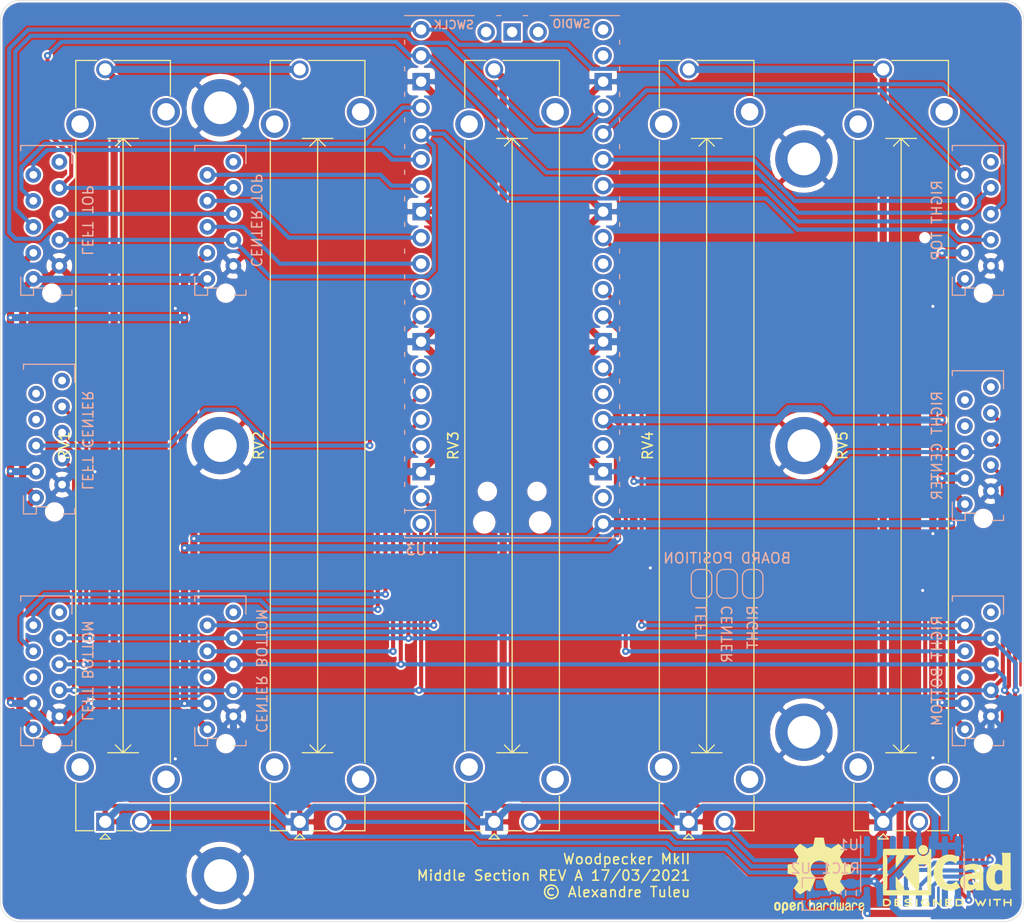
<source format=kicad_pcb>
(kicad_pcb (version 20171130) (host pcbnew 5.1.9-73d0e3b20d~88~ubuntu20.04.1)
  (layers (0 F.Cu signal) (31 B.Cu signal) (34 B.Paste user) (35 F.Paste user) (36 B.SilkS user) (37 F.SilkS user) (38 B.Mask user) (39 F.Mask user) (44 Edge.Cuts user))
  (net 0 "")
  (net 1 GND)
  (net 2 /PT1)
  (net 3 /PT2)
  (net 4 /PT3)
  (net 5 /PT4)
  (net 6 /PT5)
  (net 7 GND1)
  (net 8 VDDA)
  (net 9 +3V3)
  (net 10 VLED)
  (net 11 /TOP_SCK)
  (net 12 /TOP_MOSI)
  (net 13 /TOP_MISO)
  (net 14 /BOT_SCK)
  (net 15 /BOT_MOSI)
  (net 16 /BOT_MISO)
  (net 17 /~CS_ADC_L)
  (net 18 /~CS_ADC_R)
  (net 19 /~CS_MX_L)
  (net 20 /~CS_MX_C)
  (net 21 /~CS_ADC_C)
  (net 22 /BOT_C_DI)
  (net 23 /TOP_L_DI)
  (net 24 /~CS_ROW_L)
  (net 25 /~CS_COL_L)
  (net 26 /TOP_C_DI)
  (net 27 /~CS_ROW_C)
  (net 28 /~CS_COL_C)
  (net 29 /TOP_R_DI)
  (net 30 /~CS_ROW_R)
  (net 31 /~CS_COL_R)
  (net 32 /BOT_L_DI)
  (net 33 /BOT_R_DI)
  (net 34 /~CS_MX_R)
  (net 35 /~CS_ADC)
  (module Symbol:KiCad-Logo2_5mm_SilkScreen (layer F.Cu) (at 192.5 135.5)
    (fp_text reference REF** hide)
    (fp_text value KiCad-Logo2_5mm_SilkScreen hide)
  )
  (module Symbol:OSHW-Logo2_9.8x8mm_SilkScreen (layer F.Cu) (at 180 135.5)
    (fp_text reference REF** hide)
    (fp_text value OSHW-Logo2_9.8x8mm_SilkScreen hide)
  )
  (module Jumper:SolderJumper-2_P1.3mm_Open_RoundedPad1.0x1.5mm (layer B.Cu) (at 173.5 107 90)
    (fp_text reference JP4 hide)
    (fp_text value Jumper_NO_Small)
    (pad 2 smd custom (at 0.65 0 90) (size 1 0.5) (layers B.Cu B.Mask) (net 18 /~CS_ADC_R) (options (clearance outline) (anchor rect)) (primitives (gr_circle (center 0 -0.25) (end 0.5 -0.25) (width 0)) (gr_circle (center 0 0.25) (end 0.5 0.25) (width 0)) (gr_poly (pts (xy 0 0.75) (xy -0.5 0.75) (xy -0.5 -0.75) (xy 0 -0.75)) (width 0))))
    (pad 1 smd custom (at -0.65 0 90) (size 1 0.5) (layers B.Cu B.Mask) (net 35 /~CS_ADC) (options (clearance outline) (anchor rect)) (primitives (gr_circle (center 0 -0.25) (end 0.5 -0.25) (width 0)) (gr_circle (center 0 0.25) (end 0.5 0.25) (width 0)) (gr_poly (pts (xy 0 0.75) (xy 0.5 0.75) (xy 0.5 -0.75) (xy 0 -0.75)) (width 0))))
  )
  (module Jumper:SolderJumper-2_P1.3mm_Open_RoundedPad1.0x1.5mm (layer B.Cu) (at 168.5 107 90)
    (fp_text reference JP3 hide)
    (fp_text value Jumper_NO_Small)
    (pad 2 smd custom (at 0.65 0 90) (size 1 0.5) (layers B.Cu B.Mask) (net 17 /~CS_ADC_L) (options (clearance outline) (anchor rect)) (primitives (gr_circle (center 0 -0.25) (end 0.5 -0.25) (width 0)) (gr_circle (center 0 0.25) (end 0.5 0.25) (width 0)) (gr_poly (pts (xy 0 0.75) (xy -0.5 0.75) (xy -0.5 -0.75) (xy 0 -0.75)) (width 0))))
    (pad 1 smd custom (at -0.65 0 90) (size 1 0.5) (layers B.Cu B.Mask) (net 35 /~CS_ADC) (options (clearance outline) (anchor rect)) (primitives (gr_circle (center 0 -0.25) (end 0.5 -0.25) (width 0)) (gr_circle (center 0 0.25) (end 0.5 0.25) (width 0)) (gr_poly (pts (xy 0 0.75) (xy 0.5 0.75) (xy 0.5 -0.75) (xy 0 -0.75)) (width 0))))
  )
  (module Jumper:SolderJumper-2_P1.3mm_Open_RoundedPad1.0x1.5mm (layer B.Cu) (at 171 107 90)
    (fp_text reference JP2 hide)
    (fp_text value Jumper_NO_Small)
    (pad 2 smd custom (at 0.65 0 90) (size 1 0.5) (layers B.Cu B.Mask) (net 21 /~CS_ADC_C) (options (clearance outline) (anchor rect)) (primitives (gr_circle (center 0 -0.25) (end 0.5 -0.25) (width 0)) (gr_circle (center 0 0.25) (end 0.5 0.25) (width 0)) (gr_poly (pts (xy 0 0.75) (xy -0.5 0.75) (xy -0.5 -0.75) (xy 0 -0.75)) (width 0))))
    (pad 1 smd custom (at -0.65 0 90) (size 1 0.5) (layers B.Cu B.Mask) (net 35 /~CS_ADC) (options (clearance outline) (anchor rect)) (primitives (gr_circle (center 0 -0.25) (end 0.5 -0.25) (width 0)) (gr_circle (center 0 0.25) (end 0.5 0.25) (width 0)) (gr_poly (pts (xy 0 0.75) (xy 0.5 0.75) (xy 0.5 -0.75) (xy 0 -0.75)) (width 0))))
  )
  (module MountingHole:MountingHole_3.2mm_M3_DIN965_Pad (layer F.Cu) (at 121.5 60.5)
    (fp_text reference REF** hide)
    (fp_text value MountingHole_3.2mm_M3_DIN965_Pad)
    (pad 1 thru_hole circle (at 0 0) (size 5.6 5.6) (drill 3.2) (layers *.Cu *.Mask) (net 1 GND))
  )
  (module MountingHole:MountingHole_3.2mm_M3_DIN965_Pad (layer F.Cu) (at 121.5 135.5)
    (fp_text reference REF** hide)
    (fp_text value MountingHole_3.2mm_M3_DIN965_Pad)
    (pad 1 thru_hole circle (at 0 0) (size 5.6 5.6) (drill 3.2) (layers *.Cu *.Mask) (net 1 GND))
  )
  (module MountingHole:MountingHole_3.2mm_M3_DIN965_Pad (layer F.Cu) (at 178.5 65.5)
    (fp_text reference REF** hide)
    (fp_text value MountingHole_3.2mm_M3_DIN965_Pad)
    (pad 1 thru_hole circle (at 0 0) (size 5.6 5.6) (drill 3.2) (layers *.Cu *.Mask) (net 1 GND))
  )
  (module MountingHole:MountingHole_3.2mm_M3_DIN965_Pad (layer F.Cu) (at 178.5 121.5)
    (fp_text reference REF** hide)
    (fp_text value MountingHole_3.2mm_M3_DIN965_Pad)
    (pad 1 thru_hole circle (at 0 0) (size 5.6 5.6) (drill 3.2) (layers *.Cu *.Mask) (net 1 GND))
  )
  (module MountingHole:MountingHole_3.2mm_M3_DIN965_Pad (layer F.Cu) (at 121.5 93.5)
    (fp_text reference REF** hide)
    (fp_text value MountingHole_3.2mm_M3_DIN965_Pad)
    (pad 1 thru_hole circle (at 0 0) (size 5.6 5.6) (drill 3.2) (layers *.Cu *.Mask) (net 1 GND))
  )
  (module MountingHole:MountingHole_3.2mm_M3_DIN965_Pad (layer F.Cu) (at 178.5 93.5)
    (fp_text reference REF** hide)
    (fp_text value MountingHole_3.2mm_M3_DIN965_Pad)
    (pad 1 thru_hole circle (at 0 0) (size 5.6 5.6) (drill 3.2) (layers *.Cu *.Mask) (net 1 GND))
  )
  (module woodpecker:RPi_Pico_SMD_TH (layer B.Cu) (at 150 77)
    (fp_text reference U3 (at -9.4 26.7) (layer B.SilkS) (effects (justify mirror)))
    (fp_text value RPI_Pico)
    (fp_text user SWDIO (at 5.8 -24.7) (layer B.SilkS) (effects (font (size 0.8 0.8)) (justify mirror)))
    (fp_text user SWCLK (at -5.7 -24.6) (layer B.SilkS) (effects (font (size 0.8 0.8)) (justify mirror)))
    (pad 43 thru_hole oval (at 2.54 -23.9) (size 1.7 1.7) (drill 1.02) (layers *.Cu *.Mask))
    (pad 42 thru_hole rect (at 0 -23.9) (size 1.7 1.7) (drill 1.02) (layers *.Cu *.Mask))
    (pad 41 thru_hole oval (at -2.54 -23.9) (size 1.7 1.7) (drill 1.02) (layers *.Cu *.Mask))
    (pad "" np_thru_hole oval (at 2.425 20.97) (size 1.5 1.5) (drill 1.5) (layers *.Cu *.Mask))
    (pad "" np_thru_hole oval (at -2.425 20.97) (size 1.5 1.5) (drill 1.5) (layers *.Cu *.Mask))
    (pad "" np_thru_hole oval (at 2.725 24) (size 1.8 1.8) (drill 1.8) (layers *.Cu *.Mask))
    (pad "" np_thru_hole oval (at -2.725 24) (size 1.8 1.8) (drill 1.8) (layers *.Cu *.Mask))
    (pad 40 thru_hole oval (at 8.89 24.13) (size 1.7 1.7) (drill 1.02) (layers *.Cu *.Mask) (net 10 VLED))
    (pad 39 thru_hole oval (at 8.89 21.59) (size 1.7 1.7) (drill 1.02) (layers *.Cu *.Mask))
    (pad 38 thru_hole rect (at 8.89 19.05) (size 1.7 1.7) (drill 1.02) (layers *.Cu *.Mask) (net 1 GND))
    (pad 37 thru_hole oval (at 8.89 16.51) (size 1.7 1.7) (drill 1.02) (layers *.Cu *.Mask))
    (pad 36 thru_hole oval (at 8.89 13.97) (size 1.7 1.7) (drill 1.02) (layers *.Cu *.Mask) (net 9 +3V3))
    (pad 35 thru_hole oval (at 8.89 11.43) (size 1.7 1.7) (drill 1.02) (layers *.Cu *.Mask))
    (pad 34 thru_hole oval (at 8.89 8.89) (size 1.7 1.7) (drill 1.02) (layers *.Cu *.Mask) (net 34 /~CS_MX_R))
    (pad 33 thru_hole rect (at 8.89 6.35) (size 1.7 1.7) (drill 1.02) (layers *.Cu *.Mask) (net 1 GND))
    (pad 32 thru_hole oval (at 8.89 3.81) (size 1.7 1.7) (drill 1.02) (layers *.Cu *.Mask) (net 18 /~CS_ADC_R))
    (pad 31 thru_hole oval (at 8.89 1.27) (size 1.7 1.7) (drill 1.02) (layers *.Cu *.Mask) (net 33 /BOT_R_DI))
    (pad 30 thru_hole oval (at 8.89 -1.27) (size 1.7 1.7) (drill 1.02) (layers *.Cu *.Mask))
    (pad 29 thru_hole oval (at 8.89 -3.81) (size 1.7 1.7) (drill 1.02) (layers *.Cu *.Mask) (net 21 /~CS_ADC_C))
    (pad 28 thru_hole rect (at 8.89 -6.35) (size 1.7 1.7) (drill 1.02) (layers *.Cu *.Mask) (net 1 GND))
    (pad 27 thru_hole oval (at 8.89 -8.89) (size 1.7 1.7) (drill 1.02) (layers *.Cu *.Mask) (net 31 /~CS_COL_R))
    (pad 26 thru_hole oval (at 8.89 -11.43) (size 1.7 1.7) (drill 1.02) (layers *.Cu *.Mask) (net 30 /~CS_ROW_R))
    (pad 25 thru_hole oval (at 8.89 -13.97) (size 1.7 1.7) (drill 1.02) (layers *.Cu *.Mask) (net 29 /TOP_R_DI))
    (pad 24 thru_hole oval (at 8.89 -16.51) (size 1.7 1.7) (drill 1.02) (layers *.Cu *.Mask) (net 25 /~CS_COL_L))
    (pad 23 thru_hole rect (at 8.89 -19.05) (size 1.7 1.7) (drill 1.02) (layers *.Cu *.Mask) (net 1 GND))
    (pad 22 thru_hole oval (at 8.89 -21.59) (size 1.7 1.7) (drill 1.02) (layers *.Cu *.Mask))
    (pad 21 thru_hole oval (at 8.89 -24.13) (size 1.7 1.7) (drill 1.02) (layers *.Cu *.Mask))
    (pad 20 thru_hole oval (at -8.89 -24.13) (size 1.7 1.7) (drill 1.02) (layers *.Cu *.Mask) (net 12 /TOP_MOSI))
    (pad 19 thru_hole oval (at -8.89 -21.59) (size 1.7 1.7) (drill 1.02) (layers *.Cu *.Mask) (net 11 /TOP_SCK))
    (pad 18 thru_hole rect (at -8.89 -19.05) (size 1.7 1.7) (drill 1.02) (layers *.Cu *.Mask) (net 1 GND))
    (pad 17 thru_hole oval (at -8.89 -16.51) (size 1.7 1.7) (drill 1.02) (layers *.Cu *.Mask) (net 24 /~CS_ROW_L))
    (pad 16 thru_hole oval (at -8.89 -13.97) (size 1.7 1.7) (drill 1.02) (layers *.Cu *.Mask) (net 13 /TOP_MISO))
    (pad 15 thru_hole oval (at -8.89 -11.43) (size 1.7 1.7) (drill 1.02) (layers *.Cu *.Mask) (net 23 /TOP_L_DI))
    (pad 14 thru_hole oval (at -8.89 -8.89) (size 1.7 1.7) (drill 1.02) (layers *.Cu *.Mask) (net 26 /TOP_C_DI))
    (pad 13 thru_hole rect (at -8.89 -6.35) (size 1.7 1.7) (drill 1.02) (layers *.Cu *.Mask) (net 1 GND))
    (pad 12 thru_hole oval (at -8.89 -3.81) (size 1.7 1.7) (drill 1.02) (layers *.Cu *.Mask) (net 27 /~CS_ROW_C))
    (pad 11 thru_hole oval (at -8.89 -1.27) (size 1.7 1.7) (drill 1.02) (layers *.Cu *.Mask) (net 28 /~CS_COL_C))
    (pad 10 thru_hole oval (at -8.89 1.27) (size 1.7 1.7) (drill 1.02) (layers *.Cu *.Mask) (net 17 /~CS_ADC_L))
    (pad 9 thru_hole oval (at -8.89 3.81) (size 1.7 1.7) (drill 1.02) (layers *.Cu *.Mask) (net 32 /BOT_L_DI))
    (pad 8 thru_hole rect (at -8.89 6.35) (size 1.7 1.7) (drill 1.02) (layers *.Cu *.Mask) (net 1 GND))
    (pad 7 thru_hole oval (at -8.89 8.89) (size 1.7 1.7) (drill 1.02) (layers *.Cu *.Mask) (net 19 /~CS_MX_L))
    (pad 6 thru_hole oval (at -8.89 11.43) (size 1.7 1.7) (drill 1.02) (layers *.Cu *.Mask) (net 20 /~CS_MX_C))
    (pad 5 thru_hole oval (at -8.89 13.97) (size 1.7 1.7) (drill 1.02) (layers *.Cu *.Mask) (net 15 /BOT_MOSI))
    (pad 4 thru_hole oval (at -8.89 16.51) (size 1.7 1.7) (drill 1.02) (layers *.Cu *.Mask) (net 14 /BOT_SCK))
    (pad 3 thru_hole rect (at -8.89 19.05) (size 1.7 1.7) (drill 1.02) (layers *.Cu *.Mask) (net 1 GND))
    (pad 2 thru_hole oval (at -8.89 21.59) (size 1.7 1.7) (drill 1.02) (layers *.Cu *.Mask) (net 22 /BOT_C_DI))
    (pad 1 thru_hole oval (at -8.89 24.13) (size 1.7 1.7) (drill 1.02) (layers *.Cu *.Mask) (net 16 /BOT_MISO))
  )
  (module woodpecker:ConnectorMicromatch-10 (layer B.Cu) (at 195.5 115.5 270)
    (fp_text reference J8 hide)
    (fp_text value Conn_02x05_Odd_Even)
    (pad 10 thru_hole circle (at -5.715 -1.27 270) (size 1.524 1.524) (drill 0.762) (layers *.Cu *.Mask))
    (pad 9 thru_hole circle (at -4.445 1.27 270) (size 1.524 1.524) (drill 0.762) (layers *.Cu *.Mask) (net 33 /BOT_R_DI))
    (pad "" np_thru_hole circle (at 7.115 -0.53 270) (size 1.5 1.5) (drill 1.5) (layers *.Cu *.Mask))
    (pad 8 thru_hole circle (at -3.175 -1.27 270) (size 1.524 1.524) (drill 0.762) (layers *.Cu *.Mask) (net 14 /BOT_SCK))
    (pad 7 thru_hole circle (at -1.905 1.27 270) (size 1.524 1.524) (drill 0.762) (layers *.Cu *.Mask) (net 34 /~CS_MX_R))
    (pad 6 thru_hole circle (at -0.635 -1.27 270) (size 1.524 1.524) (drill 0.762) (layers *.Cu *.Mask) (net 15 /BOT_MOSI))
    (pad 5 thru_hole circle (at 0.635 1.27 270) (size 1.524 1.524) (drill 0.762) (layers *.Cu *.Mask))
    (pad 4 thru_hole circle (at 1.905 -1.27 270) (size 1.524 1.524) (drill 0.762) (layers *.Cu *.Mask) (net 16 /BOT_MISO))
    (pad 3 thru_hole circle (at 3.175 1.27 270) (size 1.524 1.524) (drill 0.762) (layers *.Cu *.Mask) (net 9 +3V3))
    (pad 2 thru_hole circle (at 4.445 -1.27 270) (size 1.524 1.524) (drill 0.762) (layers *.Cu *.Mask) (net 1 GND))
    (pad 1 thru_hole circle (at 5.715 1.27 270) (size 1.524 1.524) (drill 0.762) (layers *.Cu *.Mask) (net 10 VLED))
  )
  (module woodpecker:ConnectorMicromatch-10 (layer B.Cu) (at 121.5 115.5 270)
    (fp_text reference J7 hide)
    (fp_text value Conn_02x05_Odd_Even)
    (pad 10 thru_hole circle (at -5.715 -1.27 270) (size 1.524 1.524) (drill 0.762) (layers *.Cu *.Mask))
    (pad 9 thru_hole circle (at -4.445 1.27 270) (size 1.524 1.524) (drill 0.762) (layers *.Cu *.Mask) (net 22 /BOT_C_DI))
    (pad "" np_thru_hole circle (at 7.115 -0.53 270) (size 1.5 1.5) (drill 1.5) (layers *.Cu *.Mask))
    (pad 8 thru_hole circle (at -3.175 -1.27 270) (size 1.524 1.524) (drill 0.762) (layers *.Cu *.Mask) (net 14 /BOT_SCK))
    (pad 7 thru_hole circle (at -1.905 1.27 270) (size 1.524 1.524) (drill 0.762) (layers *.Cu *.Mask) (net 20 /~CS_MX_C))
    (pad 6 thru_hole circle (at -0.635 -1.27 270) (size 1.524 1.524) (drill 0.762) (layers *.Cu *.Mask) (net 15 /BOT_MOSI))
    (pad 5 thru_hole circle (at 0.635 1.27 270) (size 1.524 1.524) (drill 0.762) (layers *.Cu *.Mask))
    (pad 4 thru_hole circle (at 1.905 -1.27 270) (size 1.524 1.524) (drill 0.762) (layers *.Cu *.Mask) (net 16 /BOT_MISO))
    (pad 3 thru_hole circle (at 3.175 1.27 270) (size 1.524 1.524) (drill 0.762) (layers *.Cu *.Mask) (net 9 +3V3))
    (pad 2 thru_hole circle (at 4.445 -1.27 270) (size 1.524 1.524) (drill 0.762) (layers *.Cu *.Mask) (net 1 GND))
    (pad 1 thru_hole circle (at 5.715 1.27 270) (size 1.524 1.524) (drill 0.762) (layers *.Cu *.Mask) (net 10 VLED))
  )
  (module woodpecker:ConnectorMicromatch-10 (layer B.Cu) (at 104.5 115.5 270)
    (fp_text reference J6 hide)
    (fp_text value Conn_02x05_Odd_Even)
    (pad 10 thru_hole circle (at -5.715 -1.27 270) (size 1.524 1.524) (drill 0.762) (layers *.Cu *.Mask))
    (pad 9 thru_hole circle (at -4.445 1.27 270) (size 1.524 1.524) (drill 0.762) (layers *.Cu *.Mask) (net 32 /BOT_L_DI))
    (pad "" np_thru_hole circle (at 7.115 -0.53 270) (size 1.5 1.5) (drill 1.5) (layers *.Cu *.Mask))
    (pad 8 thru_hole circle (at -3.175 -1.27 270) (size 1.524 1.524) (drill 0.762) (layers *.Cu *.Mask) (net 14 /BOT_SCK))
    (pad 7 thru_hole circle (at -1.905 1.27 270) (size 1.524 1.524) (drill 0.762) (layers *.Cu *.Mask) (net 19 /~CS_MX_L))
    (pad 6 thru_hole circle (at -0.635 -1.27 270) (size 1.524 1.524) (drill 0.762) (layers *.Cu *.Mask) (net 15 /BOT_MOSI))
    (pad 5 thru_hole circle (at 0.635 1.27 270) (size 1.524 1.524) (drill 0.762) (layers *.Cu *.Mask))
    (pad 4 thru_hole circle (at 1.905 -1.27 270) (size 1.524 1.524) (drill 0.762) (layers *.Cu *.Mask) (net 16 /BOT_MISO))
    (pad 3 thru_hole circle (at 3.175 1.27 270) (size 1.524 1.524) (drill 0.762) (layers *.Cu *.Mask) (net 9 +3V3))
    (pad 2 thru_hole circle (at 4.445 -1.27 270) (size 1.524 1.524) (drill 0.762) (layers *.Cu *.Mask) (net 1 GND))
    (pad 1 thru_hole circle (at 5.715 1.27 270) (size 1.524 1.524) (drill 0.762) (layers *.Cu *.Mask) (net 10 VLED))
  )
  (module woodpecker:ConnectorMicromatch-10 (layer B.Cu) (at 195.5 93.5 270)
    (fp_text reference J5 hide)
    (fp_text value Conn_02x05_Odd_Even)
    (pad 10 thru_hole circle (at -5.715 -1.27 270) (size 1.524 1.524) (drill 0.762) (layers *.Cu *.Mask))
    (pad 9 thru_hole circle (at -4.445 1.27 270) (size 1.524 1.524) (drill 0.762) (layers *.Cu *.Mask))
    (pad "" np_thru_hole circle (at 7.115 -0.53 270) (size 1.5 1.5) (drill 1.5) (layers *.Cu *.Mask))
    (pad 8 thru_hole circle (at -3.175 -1.27 270) (size 1.524 1.524) (drill 0.762) (layers *.Cu *.Mask) (net 14 /BOT_SCK))
    (pad 7 thru_hole circle (at -1.905 1.27 270) (size 1.524 1.524) (drill 0.762) (layers *.Cu *.Mask))
    (pad 6 thru_hole circle (at -0.635 -1.27 270) (size 1.524 1.524) (drill 0.762) (layers *.Cu *.Mask) (net 15 /BOT_MOSI))
    (pad 5 thru_hole circle (at 0.635 1.27 270) (size 1.524 1.524) (drill 0.762) (layers *.Cu *.Mask) (net 18 /~CS_ADC_R))
    (pad 4 thru_hole circle (at 1.905 -1.27 270) (size 1.524 1.524) (drill 0.762) (layers *.Cu *.Mask) (net 16 /BOT_MISO))
    (pad 3 thru_hole circle (at 3.175 1.27 270) (size 1.524 1.524) (drill 0.762) (layers *.Cu *.Mask) (net 9 +3V3))
    (pad 2 thru_hole circle (at 4.445 -1.27 270) (size 1.524 1.524) (drill 0.762) (layers *.Cu *.Mask) (net 1 GND))
    (pad 1 thru_hole circle (at 5.715 1.27 270) (size 1.524 1.524) (drill 0.762) (layers *.Cu *.Mask) (net 10 VLED))
  )
  (module woodpecker:ConnectorMicromatch-10 (layer B.Cu) (at 104.77 92.865 270)
    (fp_text reference J4 hide)
    (fp_text value Conn_02x05_Odd_Even)
    (pad 10 thru_hole circle (at -5.715 -1.27 270) (size 1.524 1.524) (drill 0.762) (layers *.Cu *.Mask))
    (pad 9 thru_hole circle (at -4.445 1.27 270) (size 1.524 1.524) (drill 0.762) (layers *.Cu *.Mask))
    (pad "" np_thru_hole circle (at 7.115 -0.53 270) (size 1.5 1.5) (drill 1.5) (layers *.Cu *.Mask))
    (pad 8 thru_hole circle (at -3.175 -1.27 270) (size 1.524 1.524) (drill 0.762) (layers *.Cu *.Mask) (net 14 /BOT_SCK))
    (pad 7 thru_hole circle (at -1.905 1.27 270) (size 1.524 1.524) (drill 0.762) (layers *.Cu *.Mask))
    (pad 6 thru_hole circle (at -0.635 -1.27 270) (size 1.524 1.524) (drill 0.762) (layers *.Cu *.Mask) (net 15 /BOT_MOSI))
    (pad 5 thru_hole circle (at 0.635 1.27 270) (size 1.524 1.524) (drill 0.762) (layers *.Cu *.Mask) (net 17 /~CS_ADC_L))
    (pad 4 thru_hole circle (at 1.905 -1.27 270) (size 1.524 1.524) (drill 0.762) (layers *.Cu *.Mask) (net 16 /BOT_MISO))
    (pad 3 thru_hole circle (at 3.175 1.27 270) (size 1.524 1.524) (drill 0.762) (layers *.Cu *.Mask) (net 9 +3V3))
    (pad 2 thru_hole circle (at 4.445 -1.27 270) (size 1.524 1.524) (drill 0.762) (layers *.Cu *.Mask) (net 1 GND))
    (pad 1 thru_hole circle (at 5.715 1.27 270) (size 1.524 1.524) (drill 0.762) (layers *.Cu *.Mask) (net 10 VLED))
  )
  (module woodpecker:ConnectorMicromatch-10 (layer B.Cu) (at 195.5 71.5 270)
    (fp_text reference J3 hide)
    (fp_text value Conn_02x05_Odd_Even)
    (pad 10 thru_hole circle (at -5.715 -1.27 270) (size 1.524 1.524) (drill 0.762) (layers *.Cu *.Mask))
    (pad 9 thru_hole circle (at -4.445 1.27 270) (size 1.524 1.524) (drill 0.762) (layers *.Cu *.Mask) (net 29 /TOP_R_DI))
    (pad "" np_thru_hole circle (at 7.115 -0.53 270) (size 1.5 1.5) (drill 1.5) (layers *.Cu *.Mask))
    (pad 8 thru_hole circle (at -3.175 -1.27 270) (size 1.524 1.524) (drill 0.762) (layers *.Cu *.Mask) (net 11 /TOP_SCK))
    (pad 7 thru_hole circle (at -1.905 1.27 270) (size 1.524 1.524) (drill 0.762) (layers *.Cu *.Mask) (net 30 /~CS_ROW_R))
    (pad 6 thru_hole circle (at -0.635 -1.27 270) (size 1.524 1.524) (drill 0.762) (layers *.Cu *.Mask) (net 12 /TOP_MOSI))
    (pad 5 thru_hole circle (at 0.635 1.27 270) (size 1.524 1.524) (drill 0.762) (layers *.Cu *.Mask) (net 31 /~CS_COL_R))
    (pad 4 thru_hole circle (at 1.905 -1.27 270) (size 1.524 1.524) (drill 0.762) (layers *.Cu *.Mask) (net 13 /TOP_MISO))
    (pad 3 thru_hole circle (at 3.175 1.27 270) (size 1.524 1.524) (drill 0.762) (layers *.Cu *.Mask) (net 9 +3V3))
    (pad 2 thru_hole circle (at 4.445 -1.27 270) (size 1.524 1.524) (drill 0.762) (layers *.Cu *.Mask) (net 1 GND))
    (pad 1 thru_hole circle (at 5.715 1.27 270) (size 1.524 1.524) (drill 0.762) (layers *.Cu *.Mask) (net 10 VLED))
  )
  (module woodpecker:ConnectorMicromatch-10 (layer B.Cu) (at 121.5 71.5 270)
    (fp_text reference J2 hide)
    (fp_text value Conn_02x05_Odd_Even)
    (pad 10 thru_hole circle (at -5.715 -1.27 270) (size 1.524 1.524) (drill 0.762) (layers *.Cu *.Mask))
    (pad 9 thru_hole circle (at -4.445 1.27 270) (size 1.524 1.524) (drill 0.762) (layers *.Cu *.Mask) (net 26 /TOP_C_DI))
    (pad "" np_thru_hole circle (at 7.115 -0.53 270) (size 1.5 1.5) (drill 1.5) (layers *.Cu *.Mask))
    (pad 8 thru_hole circle (at -3.175 -1.27 270) (size 1.524 1.524) (drill 0.762) (layers *.Cu *.Mask) (net 11 /TOP_SCK))
    (pad 7 thru_hole circle (at -1.905 1.27 270) (size 1.524 1.524) (drill 0.762) (layers *.Cu *.Mask) (net 27 /~CS_ROW_C))
    (pad 6 thru_hole circle (at -0.635 -1.27 270) (size 1.524 1.524) (drill 0.762) (layers *.Cu *.Mask) (net 12 /TOP_MOSI))
    (pad 5 thru_hole circle (at 0.635 1.27 270) (size 1.524 1.524) (drill 0.762) (layers *.Cu *.Mask) (net 28 /~CS_COL_C))
    (pad 4 thru_hole circle (at 1.905 -1.27 270) (size 1.524 1.524) (drill 0.762) (layers *.Cu *.Mask) (net 13 /TOP_MISO))
    (pad 3 thru_hole circle (at 3.175 1.27 270) (size 1.524 1.524) (drill 0.762) (layers *.Cu *.Mask) (net 9 +3V3))
    (pad 2 thru_hole circle (at 4.445 -1.27 270) (size 1.524 1.524) (drill 0.762) (layers *.Cu *.Mask) (net 1 GND))
    (pad 1 thru_hole circle (at 5.715 1.27 270) (size 1.524 1.524) (drill 0.762) (layers *.Cu *.Mask) (net 10 VLED))
  )
  (module woodpecker:ConnectorMicromatch-10 (layer B.Cu) (at 104.5 71.5 270)
    (fp_text reference J1 hide)
    (fp_text value Conn_02x05_Odd_Even)
    (pad 10 thru_hole circle (at -5.715 -1.27 270) (size 1.524 1.524) (drill 0.762) (layers *.Cu *.Mask))
    (pad 9 thru_hole circle (at -4.445 1.27 270) (size 1.524 1.524) (drill 0.762) (layers *.Cu *.Mask) (net 23 /TOP_L_DI))
    (pad "" np_thru_hole circle (at 7.115 -0.53 270) (size 1.5 1.5) (drill 1.5) (layers *.Cu *.Mask))
    (pad 8 thru_hole circle (at -3.175 -1.27 270) (size 1.524 1.524) (drill 0.762) (layers *.Cu *.Mask) (net 11 /TOP_SCK))
    (pad 7 thru_hole circle (at -1.905 1.27 270) (size 1.524 1.524) (drill 0.762) (layers *.Cu *.Mask) (net 24 /~CS_ROW_L))
    (pad 6 thru_hole circle (at -0.635 -1.27 270) (size 1.524 1.524) (drill 0.762) (layers *.Cu *.Mask) (net 12 /TOP_MOSI))
    (pad 5 thru_hole circle (at 0.635 1.27 270) (size 1.524 1.524) (drill 0.762) (layers *.Cu *.Mask) (net 25 /~CS_COL_L))
    (pad 4 thru_hole circle (at 1.905 -1.27 270) (size 1.524 1.524) (drill 0.762) (layers *.Cu *.Mask) (net 13 /TOP_MISO))
    (pad 3 thru_hole circle (at 3.175 1.27 270) (size 1.524 1.524) (drill 0.762) (layers *.Cu *.Mask) (net 9 +3V3))
    (pad 2 thru_hole circle (at 4.445 -1.27 270) (size 1.524 1.524) (drill 0.762) (layers *.Cu *.Mask) (net 1 GND))
    (pad 1 thru_hole circle (at 5.715 1.27 270) (size 1.524 1.524) (drill 0.762) (layers *.Cu *.Mask) (net 10 VLED))
  )
  (module Package_TO_SOT_SMD:SOT-23 (layer B.Cu) (at 179.1 137.3 180)
    (fp_text reference U2 (at 0.9 2.5) (layer B.SilkS) (effects (justify mirror)))
    (fp_text value LM4040DBZ-3)
    (pad 3 smd rect (at 1 0 180) (size 0.9 0.8) (layers B.Cu B.Paste B.Mask))
    (pad 2 smd rect (at -1 -0.95 180) (size 0.9 0.8) (layers B.Cu B.Paste B.Mask) (net 7 GND1))
    (pad 1 smd rect (at -1 0.95 180) (size 0.9 0.8) (layers B.Cu B.Paste B.Mask) (net 8 VDDA))
  )
  (module Resistor_SMD:R_0603_1608Metric_Pad0.98x0.95mm_HandSolder (layer B.Cu) (at 183.1 137.2 90)
    (fp_text reference R1 (at 2.4 -0.1) (layer B.SilkS) (effects (justify mirror)))
    (fp_text value 43R)
    (pad 2 smd roundrect (at 0.9125 0 90) (size 0.975 0.95) (layers B.Cu B.Paste B.Mask) (net 8 VDDA))
    (pad 1 smd roundrect (at -0.9125 0 90) (size 0.975 0.95) (layers B.Cu B.Paste B.Mask) (net 9 +3V3))
  )
  (module Capacitor_SMD:C_0603_1608Metric_Pad1.08x0.95mm_HandSolder (layer B.Cu) (at 181.6 137.2 270)
    (fp_text reference C1 (at -2.4 0.4) (layer B.SilkS) (effects (justify mirror)))
    (fp_text value 100nF)
    (pad 2 smd roundrect (at 0.8625 0 270) (size 1.075 0.95) (layers B.Cu B.Paste B.Mask) (net 7 GND1))
    (pad 1 smd roundrect (at -0.8625 0 270) (size 1.075 0.95) (layers B.Cu B.Paste B.Mask) (net 8 VDDA))
  )
  (module woodpecker:jumper_0_4 (layer B.Cu) (at 189.8 139.2)
    (fp_text reference JP1 hide)
    (fp_text value Jumper hide)
    (fp_line (start -0.5 0) (end 0.5 0) (layer B.Cu) (width 0.7))
    (pad 2 smd circle (at 0.5 0) (size 0.7 0.7) (layers B.Cu) (net 1 GND))
    (pad 1 smd circle (at -0.5 0) (size 0.7 0.7) (layers B.Cu) (net 7 GND1))
  )
  (module Package_SO:SOIC-16_3.9x9.9mm_P1.27mm (layer B.Cu) (at 189.1 135.1 270)
    (fp_text reference U1 (at -2.6 6.2) (layer B.SilkS) (effects (justify mirror)))
    (fp_text value MCP3008)
    (pad 16 smd roundrect (at 2.475 4.445 270) (size 1.95 0.6) (layers B.Cu B.Paste B.Mask) (net 9 +3V3))
    (pad 15 smd roundrect (at 2.475 3.175 270) (size 1.95 0.6) (layers B.Cu B.Paste B.Mask) (net 8 VDDA))
    (pad 14 smd roundrect (at 2.475 1.905 270) (size 1.95 0.6) (layers B.Cu B.Paste B.Mask) (net 7 GND1))
    (pad 13 smd roundrect (at 2.475 0.635 270) (size 1.95 0.6) (layers B.Cu B.Paste B.Mask) (net 14 /BOT_SCK))
    (pad 12 smd roundrect (at 2.475 -0.635 270) (size 1.95 0.6) (layers B.Cu B.Paste B.Mask) (net 16 /BOT_MISO))
    (pad 11 smd roundrect (at 2.475 -1.905 270) (size 1.95 0.6) (layers B.Cu B.Paste B.Mask) (net 15 /BOT_MOSI))
    (pad 10 smd roundrect (at 2.475 -3.175 270) (size 1.95 0.6) (layers B.Cu B.Paste B.Mask) (net 35 /~CS_ADC))
    (pad 9 smd roundrect (at 2.475 -4.445 270) (size 1.95 0.6) (layers B.Cu B.Paste B.Mask) (net 1 GND))
    (pad 8 smd roundrect (at -2.475 -4.445 270) (size 1.95 0.6) (layers B.Cu B.Paste B.Mask) (net 7 GND1))
    (pad 7 smd roundrect (at -2.475 -3.175 270) (size 1.95 0.6) (layers B.Cu B.Paste B.Mask) (net 7 GND1))
    (pad 6 smd roundrect (at -2.475 -1.905 270) (size 1.95 0.6) (layers B.Cu B.Paste B.Mask) (net 7 GND1))
    (pad 5 smd roundrect (at -2.475 -0.635 270) (size 1.95 0.6) (layers B.Cu B.Paste B.Mask) (net 6 /PT5))
    (pad 4 smd roundrect (at -2.475 0.635 270) (size 1.95 0.6) (layers B.Cu B.Paste B.Mask) (net 2 /PT1))
    (pad 3 smd roundrect (at -2.475 1.905 270) (size 1.95 0.6) (layers B.Cu B.Paste B.Mask) (net 3 /PT2))
    (pad 2 smd roundrect (at -2.475 3.175 270) (size 1.95 0.6) (layers B.Cu B.Paste B.Mask) (net 4 /PT3))
    (pad 1 smd roundrect (at -2.475 4.445 270) (size 1.95 0.6) (layers B.Cu B.Paste B.Mask) (net 5 /PT4))
  )
  (module woodpecker:Potentiometer_Bourns_PTA6043_Single_Slide (layer F.Cu) (at 188 93.5 90)
    (fp_text reference RV5 (at 0 -5.75 90) (layer F.SilkS))
    (fp_text value R_POT)
    (pad MP thru_hole circle (at 32.6 4.2 90) (size 2.7 2.7) (drill 1.7) (layers *.Cu *.Mask))
    (pad MP thru_hole circle (at -32.6 4.2 90) (size 2.7 2.7) (drill 1.7) (layers *.Cu *.Mask))
    (pad MP thru_hole circle (at 31.4 -4.2 90) (size 2.7 2.7) (drill 1.7) (layers *.Cu *.Mask))
    (pad MP thru_hole circle (at -31.4 -4.2 90) (size 2.7 2.7) (drill 1.7) (layers *.Cu *.Mask))
    (pad 3 thru_hole circle (at 36.75 -1.75 90) (size 1.75 1.75) (drill 1.2) (layers *.Cu *.Mask) (net 8 VDDA))
    (pad 2 thru_hole circle (at -36.75 1.75 90) (size 1.75 1.75) (drill 1.2) (layers *.Cu *.Mask) (net 6 /PT5))
    (pad 1 thru_hole rect (at -36.75 -1.75 90) (size 1.75 1.75) (drill 1.2) (layers *.Cu *.Mask) (net 7 GND1))
  )
  (module woodpecker:Potentiometer_Bourns_PTA6043_Single_Slide (layer F.Cu) (at 169 93.5 90)
    (fp_text reference RV4 (at 0 -5.75 90) (layer F.SilkS))
    (fp_text value R_POT)
    (pad MP thru_hole circle (at 32.6 4.2 90) (size 2.7 2.7) (drill 1.7) (layers *.Cu *.Mask))
    (pad MP thru_hole circle (at -32.6 4.2 90) (size 2.7 2.7) (drill 1.7) (layers *.Cu *.Mask))
    (pad MP thru_hole circle (at 31.4 -4.2 90) (size 2.7 2.7) (drill 1.7) (layers *.Cu *.Mask))
    (pad MP thru_hole circle (at -31.4 -4.2 90) (size 2.7 2.7) (drill 1.7) (layers *.Cu *.Mask))
    (pad 3 thru_hole circle (at 36.75 -1.75 90) (size 1.75 1.75) (drill 1.2) (layers *.Cu *.Mask) (net 8 VDDA))
    (pad 2 thru_hole circle (at -36.75 1.75 90) (size 1.75 1.75) (drill 1.2) (layers *.Cu *.Mask) (net 5 /PT4))
    (pad 1 thru_hole rect (at -36.75 -1.75 90) (size 1.75 1.75) (drill 1.2) (layers *.Cu *.Mask) (net 7 GND1))
  )
  (module woodpecker:Potentiometer_Bourns_PTA6043_Single_Slide (layer F.Cu) (at 150 93.5 90)
    (fp_text reference RV3 (at 0 -5.75 90) (layer F.SilkS))
    (fp_text value R_POT)
    (pad MP thru_hole circle (at 32.6 4.2 90) (size 2.7 2.7) (drill 1.7) (layers *.Cu *.Mask))
    (pad MP thru_hole circle (at -32.6 4.2 90) (size 2.7 2.7) (drill 1.7) (layers *.Cu *.Mask))
    (pad MP thru_hole circle (at 31.4 -4.2 90) (size 2.7 2.7) (drill 1.7) (layers *.Cu *.Mask))
    (pad MP thru_hole circle (at -31.4 -4.2 90) (size 2.7 2.7) (drill 1.7) (layers *.Cu *.Mask))
    (pad 3 thru_hole circle (at 36.75 -1.75 90) (size 1.75 1.75) (drill 1.2) (layers *.Cu *.Mask) (net 8 VDDA))
    (pad 2 thru_hole circle (at -36.75 1.75 90) (size 1.75 1.75) (drill 1.2) (layers *.Cu *.Mask) (net 4 /PT3))
    (pad 1 thru_hole rect (at -36.75 -1.75 90) (size 1.75 1.75) (drill 1.2) (layers *.Cu *.Mask) (net 7 GND1))
  )
  (module woodpecker:Potentiometer_Bourns_PTA6043_Single_Slide (layer F.Cu) (at 131 93.5 90)
    (fp_text reference RV2 (at 0 -5.75 90) (layer F.SilkS))
    (fp_text value R_POT)
    (pad MP thru_hole circle (at 32.6 4.2 90) (size 2.7 2.7) (drill 1.7) (layers *.Cu *.Mask))
    (pad MP thru_hole circle (at -32.6 4.2 90) (size 2.7 2.7) (drill 1.7) (layers *.Cu *.Mask))
    (pad MP thru_hole circle (at 31.4 -4.2 90) (size 2.7 2.7) (drill 1.7) (layers *.Cu *.Mask))
    (pad MP thru_hole circle (at -31.4 -4.2 90) (size 2.7 2.7) (drill 1.7) (layers *.Cu *.Mask))
    (pad 3 thru_hole circle (at 36.75 -1.75 90) (size 1.75 1.75) (drill 1.2) (layers *.Cu *.Mask) (net 8 VDDA))
    (pad 2 thru_hole circle (at -36.75 1.75 90) (size 1.75 1.75) (drill 1.2) (layers *.Cu *.Mask) (net 3 /PT2))
    (pad 1 thru_hole rect (at -36.75 -1.75 90) (size 1.75 1.75) (drill 1.2) (layers *.Cu *.Mask) (net 7 GND1))
  )
  (module woodpecker:Potentiometer_Bourns_PTA6043_Single_Slide (layer F.Cu) (at 112 93.5 90)
    (fp_text reference RV1 (at 0 -5.75 90) (layer F.SilkS))
    (fp_text value R_POT)
    (pad MP thru_hole circle (at 32.6 4.2 90) (size 2.7 2.7) (drill 1.7) (layers *.Cu *.Mask))
    (pad MP thru_hole circle (at -32.6 4.2 90) (size 2.7 2.7) (drill 1.7) (layers *.Cu *.Mask))
    (pad MP thru_hole circle (at 31.4 -4.2 90) (size 2.7 2.7) (drill 1.7) (layers *.Cu *.Mask))
    (pad MP thru_hole circle (at -31.4 -4.2 90) (size 2.7 2.7) (drill 1.7) (layers *.Cu *.Mask))
    (pad 3 thru_hole circle (at 36.75 -1.75 90) (size 1.75 1.75) (drill 1.2) (layers *.Cu *.Mask) (net 8 VDDA))
    (pad 2 thru_hole circle (at -36.75 1.75 90) (size 1.75 1.75) (drill 1.2) (layers *.Cu *.Mask) (net 2 /PT1))
    (pad 1 thru_hole rect (at -36.75 -1.75 90) (size 1.75 1.75) (drill 1.2) (layers *.Cu *.Mask) (net 7 GND1))
  )
  (gr_text "Woodpecker MkII\nMiddle Section REV A 17/03/2021\n© Alexandre Tuleu" (at 167.5 135.5) (layer F.SilkS) (effects (font (size 1 1)) (justify right)))
  (gr_text RIGHT (at 173.5 109 90) (layer B.SilkS) (effects (font (size 1 1)) (justify left mirror)))
  (gr_text LEFT (at 168.5 109 90) (layer B.SilkS) (effects (font (size 1 1)) (justify left mirror)))
  (gr_text CENTER (at 171 109 90) (layer B.SilkS) (effects (font (size 1 1)) (justify left mirror)))
  (gr_text "BOARD POSITION" (at 171 104.5) (layer B.SilkS) (effects (font (size 1 1)) (justify mirror)))
  (gr_text "RIGHT CENTER" (at 191.5 93.5 90) (layer B.SilkS) (effects (font (size 1 1)) (justify mirror)))
  (gr_text "RIGHT BOTTOM" (at 191.5 115.5 90) (layer B.SilkS) (effects (font (size 1 1)) (justify mirror)))
  (gr_text "CENTER BOTTOM" (at 125.5 115.5 270) (layer B.SilkS) (effects (font (size 1 1)) (justify mirror)))
  (gr_text "LEFT BOTTOM" (at 108.5 115.5 270) (layer B.SilkS) (effects (font (size 1 1)) (justify mirror)))
  (gr_text "LEFT CENTER" (at 108.5 93 270) (layer B.SilkS) (effects (font (size 1 1)) (justify mirror)))
  (gr_text "RIGHT TOP" (at 191.5 71.5 90) (layer B.SilkS) (effects (font (size 1 1)) (justify mirror)))
  (gr_text "CENTER TOP" (at 125 71.5 270) (layer B.SilkS) (effects (font (size 1 1)) (justify mirror)))
  (gr_text "LEFT TOP" (at 108.5 71.5 270) (layer B.SilkS) (effects (font (size 1 1)) (justify mirror)))
  (gr_arc (start 198 52) (end 200 52) (angle -90) (layer Edge.Cuts) (width 0.05))
  (gr_arc (start 198 138) (end 198 140) (angle -90) (layer Edge.Cuts) (width 0.05))
  (gr_arc (start 102 138) (end 100 138) (angle -90) (layer Edge.Cuts) (width 0.05))
  (gr_arc (start 102 52) (end 102 50) (angle -90) (layer Edge.Cuts) (width 0.05))
  (gr_line (start 198 50) (end 102 50) (layer Edge.Cuts) (width 0.05))
  (gr_line (start 200 138) (end 200 52) (layer Edge.Cuts) (width 0.05))
  (gr_line (start 102 140) (end 198 140) (layer Edge.Cuts) (width 0.05))
  (gr_line (start 100 52) (end 100 138) (layer Edge.Cuts) (width 0.05))
  (via (at 194.6 137.9) (size 0.7) (drill 0.3) (layers F.Cu B.Cu) (net 35))
  (segment (start 194.6 136.877166) (end 194.6 137.9) (width 0.4) (layer B.Cu) (net 35))
  (segment (start 193.922824 136.19999) (end 194.6 136.877166) (width 0.4) (layer B.Cu) (net 35))
  (segment (start 192.67501 136.19999) (end 193.922824 136.19999) (width 0.4) (layer B.Cu) (net 35))
  (segment (start 192.275 136.6) (end 192.67501 136.19999) (width 0.4) (layer B.Cu) (net 35))
  (segment (start 192.275 137.575) (end 192.275 136.6) (width 0.4) (layer B.Cu) (net 35))
  (segment (start 193.545 138.55) (end 193.545 137.575) (width 0.7) (layer B.Cu) (net 1))
  (segment (start 192.895 139.2) (end 193.545 138.55) (width 0.7) (layer B.Cu) (net 1))
  (segment (start 190.3 139.2) (end 192.895 139.2) (width 0.7) (layer B.Cu) (net 1))
  (segment (start 197.531999 76.706999) (end 197.531999 79.168001) (width 0.7) (layer B.Cu) (net 1))
  (segment (start 196.77 75.945) (end 197.531999 76.706999) (width 0.7) (layer B.Cu) (net 1))
  (segment (start 197.531999 79.168001) (end 196.784999 79.915001) (width 0.7) (layer B.Cu) (net 1))
  (via (at 191.1 79.9) (size 0.7) (drill 0.3) (layers F.Cu B.Cu) (net 1))
  (segment (start 191.115001 79.915001) (end 191.1 79.9) (width 0.7) (layer B.Cu) (net 1))
  (segment (start 196.784999 79.915001) (end 191.115001 79.915001) (width 0.7) (layer B.Cu) (net 1))
  (segment (start 196.77 97.945) (end 197.5 98.675) (width 0.7) (layer B.Cu) (net 1))
  (segment (start 197.5 98.675) (end 197.5 101.3) (width 0.7) (layer B.Cu) (net 1))
  (segment (start 197.5 101.3) (end 196.7 102.1) (width 0.7) (layer B.Cu) (net 1))
  (segment (start 196.7 102.1) (end 191.1 102.1) (width 0.7) (layer B.Cu) (net 1))
  (via (at 191.1 102.1) (size 0.7) (drill 0.3) (layers F.Cu B.Cu) (net 1))
  (segment (start 191.1 79.9) (end 191.1 102.1) (width 0.7) (layer F.Cu) (net 1))
  (via (at 191.1 124) (size 0.7) (drill 0.3) (layers F.Cu B.Cu) (net 1))
  (segment (start 191.1 102.1) (end 191.1 124) (width 0.7) (layer F.Cu) (net 1))
  (segment (start 123.531999 76.706999) (end 123.531999 79.268001) (width 0.7) (layer B.Cu) (net 1))
  (segment (start 122.77 75.945) (end 123.531999 76.706999) (width 0.7) (layer B.Cu) (net 1))
  (segment (start 123.531999 79.268001) (end 122.7 80.1) (width 0.7) (layer B.Cu) (net 1))
  (segment (start 117 80.1) (end 117.1 80.1) (width 0.7) (layer B.Cu) (net 1))
  (via (at 117.1 80.1) (size 0.7) (drill 0.3) (layers F.Cu B.Cu) (net 1))
  (segment (start 122.7 80.1) (end 117 80.1) (width 0.7) (layer B.Cu) (net 1))
  (segment (start 117 80.1) (end 107.404002 80.1) (width 0.7) (layer B.Cu) (net 1))
  (segment (start 142.510001 69.249999) (end 141.11 70.65) (width 0.7) (layer F.Cu) (net 1))
  (segment (start 142.510001 59.350001) (end 142.510001 69.249999) (width 0.7) (layer F.Cu) (net 1))
  (segment (start 141.11 57.95) (end 142.510001 59.350001) (width 0.7) (layer F.Cu) (net 1))
  (segment (start 142.510001 81.949999) (end 141.11 83.35) (width 0.7) (layer F.Cu) (net 1))
  (segment (start 142.510001 72.050001) (end 142.510001 81.949999) (width 0.7) (layer F.Cu) (net 1))
  (segment (start 141.11 70.65) (end 142.510001 72.050001) (width 0.7) (layer F.Cu) (net 1))
  (segment (start 142.510001 94.649999) (end 141.11 96.05) (width 0.7) (layer F.Cu) (net 1))
  (segment (start 142.510001 84.750001) (end 142.510001 94.649999) (width 0.7) (layer F.Cu) (net 1))
  (segment (start 141.11 83.35) (end 142.510001 84.750001) (width 0.7) (layer F.Cu) (net 1))
  (segment (start 157.489999 84.750001) (end 158.89 83.35) (width 0.7) (layer F.Cu) (net 1))
  (segment (start 157.489999 94.649999) (end 157.489999 84.750001) (width 0.7) (layer F.Cu) (net 1))
  (segment (start 158.89 96.05) (end 157.489999 94.649999) (width 0.7) (layer F.Cu) (net 1))
  (segment (start 157.489999 72.050001) (end 158.89 70.65) (width 0.7) (layer F.Cu) (net 1))
  (segment (start 157.489999 81.949999) (end 157.489999 72.050001) (width 0.7) (layer F.Cu) (net 1))
  (segment (start 158.89 83.35) (end 157.489999 81.949999) (width 0.7) (layer F.Cu) (net 1))
  (segment (start 157.489999 69.249999) (end 158.89 70.65) (width 0.7) (layer F.Cu) (net 1))
  (segment (start 157.489999 59.350001) (end 157.489999 69.249999) (width 0.7) (layer F.Cu) (net 1))
  (segment (start 158.89 57.95) (end 157.489999 59.350001) (width 0.7) (layer F.Cu) (net 1))
  (segment (start 123.5 122) (end 122.77 121.27) (width 0.7) (layer B.Cu) (net 1))
  (segment (start 122.7 124.1) (end 123.5 123.3) (width 0.7) (layer B.Cu) (net 1))
  (segment (start 122.77 121.27) (end 122.77 119.945) (width 0.7) (layer B.Cu) (net 1))
  (segment (start 123.5 123.3) (end 123.5 122) (width 0.7) (layer B.Cu) (net 1))
  (via (at 117.1 124.1) (size 0.7) (drill 0.3) (layers F.Cu B.Cu) (net 1))
  (segment (start 117.1 124.1) (end 122.7 124.1) (width 0.7) (layer B.Cu) (net 1))
  (segment (start 191.2 124.1) (end 191.1 124) (width 0.7) (layer B.Cu) (net 1))
  (segment (start 196.7 124.1) (end 191.2 124.1) (width 0.7) (layer B.Cu) (net 1))
  (segment (start 197.5 123.3) (end 196.7 124.1) (width 0.7) (layer B.Cu) (net 1))
  (segment (start 197.5 122) (end 197.5 123.3) (width 0.7) (layer B.Cu) (net 1))
  (segment (start 196.77 121.27) (end 197.5 122) (width 0.7) (layer B.Cu) (net 1))
  (segment (start 196.77 119.945) (end 196.77 121.27) (width 0.7) (layer B.Cu) (net 1))
  (segment (start 197.7 125.1) (end 196.7 124.1) (width 0.7) (layer B.Cu) (net 1))
  (segment (start 197.7 137.9) (end 197.7 125.1) (width 0.7) (layer B.Cu) (net 1))
  (segment (start 196.4 139.2) (end 197.7 137.9) (width 0.7) (layer B.Cu) (net 1))
  (segment (start 194.195 139.2) (end 196.4 139.2) (width 0.7) (layer B.Cu) (net 1))
  (segment (start 193.545 138.55) (end 194.195 139.2) (width 0.7) (layer B.Cu) (net 1))
  (segment (start 127.613998 83.35) (end 123.531999 79.268001) (width 0.7) (layer B.Cu) (net 1))
  (segment (start 141.11 83.35) (end 127.613998 83.35) (width 0.7) (layer B.Cu) (net 1))
  (segment (start 187.65 83.35) (end 158.89 83.35) (width 0.7) (layer B.Cu) (net 1))
  (segment (start 191.1 79.9) (end 187.65 83.35) (width 0.7) (layer B.Cu) (net 1))
  (segment (start 107.3 96.05) (end 106.04 97.31) (width 0.7) (layer B.Cu) (net 1))
  (via (at 107.404002 80.1) (size 0.7) (drill 0.3) (layers F.Cu B.Cu) (net 1))
  (segment (start 107.404002 77.579002) (end 107.404002 80.1) (width 0.7) (layer F.Cu) (net 1))
  (segment (start 105.77 75.945) (end 107.404002 77.579002) (width 0.7) (layer F.Cu) (net 1))
  (via (at 109.25 96.05) (size 0.7) (drill 0.3) (layers F.Cu B.Cu) (net 1))
  (segment (start 109.25 81.945998) (end 109.25 96.05) (width 0.7) (layer F.Cu) (net 1))
  (segment (start 107.404002 80.1) (end 109.25 81.945998) (width 0.7) (layer F.Cu) (net 1))
  (segment (start 109.25 96.05) (end 107.3 96.05) (width 0.7) (layer B.Cu) (net 1))
  (segment (start 106.355 119.945) (end 105.77 119.945) (width 0.7) (layer F.Cu) (net 1))
  (segment (start 109.25 96.05) (end 109.625002 96.425002) (width 0.7) (layer F.Cu) (net 1))
  (segment (start 109.625002 116.674998) (end 106.355 119.945) (width 0.7) (layer F.Cu) (net 1))
  (segment (start 109.625002 96.425002) (end 109.625002 116.674998) (width 0.7) (layer F.Cu) (net 1))
  (segment (start 141.11 96.05) (end 158.89 96.05) (width 0.7) (layer B.Cu) (net 1))
  (segment (start 117.1 80.1) (end 117.1 90.254388) (width 0.7) (layer F.Cu) (net 1))
  (segment (start 117.1 90.254388) (end 115.999981 91.354409) (width 0.7) (layer F.Cu) (net 1))
  (segment (start 115.999982 95.645594) (end 117.09999 96.745602) (width 0.7) (layer F.Cu) (net 1))
  (segment (start 115.999981 91.354409) (end 115.999982 95.645594) (width 0.7) (layer F.Cu) (net 1))
  (segment (start 117.09999 124.09999) (end 117.1 124.1) (width 0.7) (layer F.Cu) (net 1))
  (segment (start 117.09999 96.745602) (end 117.09999 124.09999) (width 0.7) (layer F.Cu) (net 1))
  (segment (start 118.95 96.05) (end 109.25 96.05) (width 0.7) (layer B.Cu) (net 1))
  (segment (start 121.5 93.5) (end 118.95 96.05) (width 0.7) (layer B.Cu) (net 1))
  (segment (start 124.05 96.05) (end 141.11 96.05) (width 0.7) (layer B.Cu) (net 1))
  (segment (start 121.5 93.5) (end 124.05 96.05) (width 0.7) (layer B.Cu) (net 1))
  (segment (start 110.25 56.75) (end 129.25 56.75) (width 0.7) (layer B.Cu) (net 8))
  (segment (start 167.25 56.75) (end 186.25 56.75) (width 0.7) (layer B.Cu) (net 8))
  (segment (start 186.864969 135.200031) (end 188.465 133.6) (width 0.4) (layer B.Cu) (net 2))
  (segment (start 173.154405 135.200031) (end 186.864969 135.200031) (width 0.4) (layer B.Cu) (net 2))
  (segment (start 165.102916 132.3) (end 165.702916 132.9) (width 0.4) (layer B.Cu) (net 2))
  (segment (start 170.854374 132.9) (end 173.154405 135.200031) (width 0.4) (layer B.Cu) (net 2))
  (segment (start 146.151458 131.7) (end 146.751458 132.3) (width 0.4) (layer B.Cu) (net 2))
  (segment (start 128.3 131.7) (end 146.151458 131.7) (width 0.4) (layer B.Cu) (net 2))
  (segment (start 188.465 133.6) (end 188.465 132.625) (width 0.4) (layer B.Cu) (net 2))
  (segment (start 126.85 130.25) (end 128.3 131.7) (width 0.4) (layer B.Cu) (net 2))
  (segment (start 165.702916 132.9) (end 170.854374 132.9) (width 0.4) (layer B.Cu) (net 2))
  (segment (start 146.751458 132.3) (end 165.102916 132.3) (width 0.4) (layer B.Cu) (net 2))
  (segment (start 113.75 130.25) (end 126.85 130.25) (width 0.4) (layer B.Cu) (net 2))
  (segment (start 187.195 133.6) (end 187.195 132.625) (width 0.4) (layer B.Cu) (net 3))
  (segment (start 186.194979 134.600021) (end 187.195 133.6) (width 0.4) (layer B.Cu) (net 3))
  (segment (start 173.402937 134.600021) (end 186.194979 134.600021) (width 0.4) (layer B.Cu) (net 3))
  (segment (start 171.102916 132.3) (end 173.402937 134.600021) (width 0.4) (layer B.Cu) (net 3))
  (segment (start 165.351458 131.7) (end 165.951458 132.3) (width 0.4) (layer B.Cu) (net 3))
  (segment (start 147 131.7) (end 165.351458 131.7) (width 0.4) (layer B.Cu) (net 3))
  (segment (start 165.951458 132.3) (end 171.102916 132.3) (width 0.4) (layer B.Cu) (net 3))
  (segment (start 145.55 130.25) (end 147 131.7) (width 0.4) (layer B.Cu) (net 3))
  (segment (start 132.75 130.25) (end 145.55 130.25) (width 0.4) (layer B.Cu) (net 3))
  (segment (start 185.925 132.625) (end 185.925 133.6) (width 0.4) (layer B.Cu) (net 4))
  (segment (start 185.925 133.6) (end 185.52499 134.00001) (width 0.4) (layer B.Cu) (net 4))
  (segment (start 151.75 130.25) (end 164.75 130.25) (width 0.4) (layer B.Cu) (net 4))
  (segment (start 164.75 130.25) (end 166.2 131.7) (width 0.4) (layer B.Cu) (net 4))
  (segment (start 166.2 131.7) (end 171.351458 131.7) (width 0.4) (layer B.Cu) (net 4))
  (segment (start 173.651468 134.00001) (end 185.52499 134.00001) (width 0.4) (layer B.Cu) (net 4))
  (segment (start 171.351458 131.7) (end 173.651468 134.00001) (width 0.4) (layer B.Cu) (net 4))
  (segment (start 173.125 132.625) (end 170.75 130.25) (width 0.4) (layer B.Cu) (net 5))
  (segment (start 184.655 132.625) (end 173.125 132.625) (width 0.4) (layer B.Cu) (net 5))
  (segment (start 189.735 130.265) (end 189.75 130.25) (width 0.4) (layer B.Cu) (net 6))
  (segment (start 189.735 132.625) (end 189.735 130.265) (width 0.4) (layer B.Cu) (net 6))
  (segment (start 187.195 138.55) (end 187.845 139.2) (width 0.7) (layer B.Cu) (net 7))
  (segment (start 187.845 139.2) (end 189.3 139.2) (width 0.7) (layer B.Cu) (net 7))
  (segment (start 187.195 137.575) (end 187.195 138.55) (width 0.7) (layer B.Cu) (net 7))
  (segment (start 187.195 137.575) (end 187.195 135.930674) (width 0.7) (layer B.Cu) (net 7))
  (segment (start 187.195 135.930674) (end 188.925674 134.2) (width 0.7) (layer B.Cu) (net 7))
  (segment (start 191.005 133.319966) (end 191.005 132.625) (width 0.7) (layer B.Cu) (net 7))
  (segment (start 190.124966 134.2) (end 191.005 133.319966) (width 0.7) (layer B.Cu) (net 7))
  (segment (start 188.925674 134.2) (end 190.124966 134.2) (width 0.7) (layer B.Cu) (net 7))
  (segment (start 191.005 132.625) (end 192.275 132.625) (width 0.7) (layer B.Cu) (net 7))
  (segment (start 192.275 132.625) (end 193.545 132.625) (width 0.7) (layer B.Cu) (net 7))
  (segment (start 190.434001 128.824999) (end 187.675001 128.824999) (width 0.7) (layer B.Cu) (net 7))
  (segment (start 187.675001 128.824999) (end 186.25 130.25) (width 0.7) (layer B.Cu) (net 7))
  (segment (start 191.305 129.695998) (end 190.434001 128.824999) (width 0.7) (layer B.Cu) (net 7))
  (segment (start 191.305 132.325) (end 191.305 129.695998) (width 0.7) (layer B.Cu) (net 7))
  (segment (start 191.005 132.625) (end 191.305 132.325) (width 0.7) (layer B.Cu) (net 7))
  (segment (start 168.675001 128.824999) (end 167.25 130.25) (width 0.7) (layer B.Cu) (net 7))
  (segment (start 184.824999 128.824999) (end 168.675001 128.824999) (width 0.7) (layer B.Cu) (net 7))
  (segment (start 186.25 130.25) (end 184.824999 128.824999) (width 0.7) (layer B.Cu) (net 7))
  (segment (start 164.385673 128.824999) (end 149.675001 128.824999) (width 0.7) (layer B.Cu) (net 7))
  (segment (start 149.675001 128.824999) (end 148.25 130.25) (width 0.7) (layer B.Cu) (net 7))
  (segment (start 165.810674 130.25) (end 164.385673 128.824999) (width 0.7) (layer B.Cu) (net 7))
  (segment (start 167.25 130.25) (end 165.810674 130.25) (width 0.7) (layer B.Cu) (net 7))
  (segment (start 145.185673 128.824999) (end 130.675001 128.824999) (width 0.7) (layer B.Cu) (net 7))
  (segment (start 146.610674 130.25) (end 145.185673 128.824999) (width 0.7) (layer B.Cu) (net 7))
  (segment (start 130.675001 128.824999) (end 129.25 130.25) (width 0.7) (layer B.Cu) (net 7))
  (segment (start 148.25 130.25) (end 146.610674 130.25) (width 0.7) (layer B.Cu) (net 7))
  (segment (start 111.675001 128.824999) (end 110.25 130.25) (width 0.7) (layer B.Cu) (net 7))
  (segment (start 126.485673 128.824999) (end 111.675001 128.824999) (width 0.7) (layer B.Cu) (net 7))
  (segment (start 127.910674 130.25) (end 126.485673 128.824999) (width 0.7) (layer B.Cu) (net 7))
  (segment (start 129.25 130.25) (end 127.910674 130.25) (width 0.7) (layer B.Cu) (net 7))
  (segment (start 180.2875 138.0625) (end 180.1 138.25) (width 0.7) (layer B.Cu) (net 7))
  (segment (start 181.6 138.0625) (end 180.2875 138.0625) (width 0.7) (layer B.Cu) (net 7))
  (via (at 179.2 138.3) (size 0.7) (drill 0.3) (layers F.Cu B.Cu) (net 7))
  (segment (start 179.25 138.25) (end 179.2 138.3) (width 0.7) (layer B.Cu) (net 7))
  (segment (start 180.1 138.25) (end 179.25 138.25) (width 0.7) (layer B.Cu) (net 7))
  (segment (start 186.25 131.25) (end 186.25 130.25) (width 0.7) (layer F.Cu) (net 7))
  (segment (start 179.2 138.3) (end 186.25 131.25) (width 0.7) (layer F.Cu) (net 7))
  (segment (start 181.65 136.2875) (end 181.6 136.3375) (width 0.7) (layer B.Cu) (net 8))
  (segment (start 183.1 136.2875) (end 181.65 136.2875) (width 0.7) (layer B.Cu) (net 8))
  (segment (start 181.5875 136.35) (end 181.6 136.3375) (width 0.7) (layer B.Cu) (net 8))
  (segment (start 180.1 136.35) (end 181.5875 136.35) (width 0.7) (layer B.Cu) (net 8))
  (segment (start 185.925 136.6) (end 185.925 137.575) (width 0.7) (layer B.Cu) (net 8))
  (segment (start 185.37499 136.04999) (end 185.925 136.6) (width 0.7) (layer B.Cu) (net 8))
  (segment (start 184.215044 136.04999) (end 185.37499 136.04999) (width 0.7) (layer B.Cu) (net 8))
  (segment (start 183.977534 136.2875) (end 184.215044 136.04999) (width 0.7) (layer B.Cu) (net 8))
  (segment (start 183.1 136.2875) (end 183.977534 136.2875) (width 0.7) (layer B.Cu) (net 8))
  (segment (start 186.25 56.75) (end 186.25 126.25) (width 0.7) (layer F.Cu) (net 8))
  (via (at 185.37499 136.04999) (size 0.7) (drill 0.3) (layers F.Cu B.Cu) (net 8))
  (segment (start 186.25 126.25) (end 187.9 127.9) (width 0.7) (layer F.Cu) (net 8))
  (segment (start 187.9 133.52498) (end 185.37499 136.04999) (width 0.7) (layer F.Cu) (net 8))
  (segment (start 187.9 127.9) (end 187.9 133.52498) (width 0.7) (layer F.Cu) (net 8))
  (segment (start 184.499999 128.000001) (end 186.25 126.25) (width 0.7) (layer F.Cu) (net 8))
  (segment (start 151.000001 128.000001) (end 184.499999 128.000001) (width 0.7) (layer F.Cu) (net 8))
  (segment (start 149.124999 126.124999) (end 151.000001 128.000001) (width 0.7) (layer F.Cu) (net 8))
  (segment (start 149.124999 57.624999) (end 149.124999 126.124999) (width 0.7) (layer F.Cu) (net 8))
  (segment (start 148.25 56.75) (end 149.124999 57.624999) (width 0.7) (layer F.Cu) (net 8))
  (segment (start 147.249997 128.000001) (end 149.124999 126.124999) (width 0.7) (layer F.Cu) (net 8))
  (segment (start 112.700001 128.000001) (end 147.249997 128.000001) (width 0.7) (layer F.Cu) (net 8))
  (segment (start 110.25 56.75) (end 111.124999 57.624999) (width 0.7) (layer F.Cu) (net 8))
  (segment (start 111.124999 57.624999) (end 111.124999 116.447808) (width 0.7) (layer F.Cu) (net 8))
  (segment (start 111.124999 126.424999) (end 112.700001 128.000001) (width 0.7) (layer F.Cu) (net 8))
  (segment (start 111.124999 116.447808) (end 111.124999 126.424999) (width 0.7) (layer F.Cu) (net 8))
  (via (at 184.7 139.2) (size 0.7) (drill 0.3) (layers F.Cu B.Cu) (net 9))
  (segment (start 184.655 139.155) (end 184.7 139.2) (width 0.7) (layer B.Cu) (net 9))
  (segment (start 184.655 137.575) (end 184.655 139.155) (width 0.7) (layer B.Cu) (net 9))
  (segment (start 184.1175 138.1125) (end 184.655 137.575) (width 0.7) (layer B.Cu) (net 9))
  (segment (start 183.1 138.1125) (end 184.1175 138.1125) (width 0.7) (layer B.Cu) (net 9))
  (via (at 192 96.7) (size 0.7) (drill 0.3) (layers F.Cu B.Cu) (net 9))
  (segment (start 192.025 96.675) (end 192 96.7) (width 0.7) (layer B.Cu) (net 9))
  (segment (start 194.23 96.675) (end 192.025 96.675) (width 0.7) (layer B.Cu) (net 9))
  (via (at 192 74.7) (size 0.7) (drill 0.3) (layers F.Cu B.Cu) (net 9))
  (segment (start 192.025 74.675) (end 192 74.7) (width 0.7) (layer B.Cu) (net 9))
  (segment (start 194.23 74.675) (end 192.025 74.675) (width 0.7) (layer B.Cu) (net 9))
  (segment (start 101.04 96.04) (end 101 96) (width 0.7) (layer B.Cu) (net 9))
  (segment (start 103.5 96.04) (end 101.04 96.04) (width 0.7) (layer B.Cu) (net 9))
  (via (at 101 96) (size 0.7) (drill 0.3) (layers F.Cu B.Cu) (net 9))
  (segment (start 101 96) (end 101 118.6) (width 0.7) (layer F.Cu) (net 9))
  (segment (start 120.23 74.675) (end 118 76.905) (width 0.7) (layer F.Cu) (net 9))
  (segment (start 103.23 118.675) (end 103.23 119.346762) (width 0.7) (layer B.Cu) (net 9))
  (via (at 192 91) (size 0.7) (drill 0.3) (layers F.Cu B.Cu) (net 9))
  (segment (start 192 91) (end 192 74.7) (width 0.7) (layer F.Cu) (net 9))
  (segment (start 192 96.7) (end 192 91) (width 0.7) (layer F.Cu) (net 9))
  (segment (start 160.290001 102.590001) (end 160.3 102.6) (width 0.7) (layer F.Cu) (net 9))
  (via (at 160.3 102.6) (size 0.7) (drill 0.3) (layers F.Cu B.Cu) (net 9))
  (segment (start 160.290001 92.370001) (end 160.290001 102.590001) (width 0.7) (layer F.Cu) (net 9))
  (segment (start 158.89 90.97) (end 160.290001 92.370001) (width 0.7) (layer F.Cu) (net 9))
  (segment (start 160.3 102.6) (end 159.417989 103.482011) (width 0.7) (layer B.Cu) (net 9))
  (via (at 118 103.5) (size 0.7) (drill 0.3) (layers F.Cu B.Cu) (net 9))
  (segment (start 159.417989 103.482011) (end 118.017989 103.482011) (width 0.7) (layer B.Cu) (net 9))
  (segment (start 118.017989 103.482011) (end 118 103.5) (width 0.7) (layer B.Cu) (net 9))
  (segment (start 118 103.5) (end 118 118.7) (width 0.7) (layer F.Cu) (net 9))
  (segment (start 101 76.905) (end 103.23 74.675) (width 0.7) (layer F.Cu) (net 9))
  (via (at 118 81) (size 0.7) (drill 0.3) (layers F.Cu B.Cu) (net 9))
  (segment (start 118 81.1) (end 118 81) (width 0.7) (layer F.Cu) (net 9))
  (segment (start 118 76.905) (end 118 81.1) (width 0.7) (layer F.Cu) (net 9))
  (segment (start 118 81) (end 101.9 81) (width 0.7) (layer B.Cu) (net 9))
  (via (at 101 81) (size 0.7) (drill 0.3) (layers F.Cu B.Cu) (net 9))
  (segment (start 101.9 81) (end 101 81) (width 0.7) (layer B.Cu) (net 9))
  (segment (start 101 81) (end 101 96) (width 0.7) (layer F.Cu) (net 9))
  (segment (start 101 76.905) (end 101 81) (width 0.7) (layer F.Cu) (net 9))
  (segment (start 120.23 118.675) (end 118.025 118.675) (width 0.7) (layer B.Cu) (net 9))
  (segment (start 118.025 118.675) (end 118 118.7) (width 0.7) (layer B.Cu) (net 9))
  (via (at 118 118.7) (size 0.7) (drill 0.3) (layers F.Cu B.Cu) (net 9))
  (segment (start 101.075 118.675) (end 101 118.6) (width 0.7) (layer B.Cu) (net 9))
  (via (at 101 118.6) (size 0.7) (drill 0.3) (layers F.Cu B.Cu) (net 9))
  (segment (start 103.23 118.675) (end 101.075 118.675) (width 0.7) (layer B.Cu) (net 9))
  (segment (start 108.9 118.7) (end 118 118.7) (width 0.7) (layer B.Cu) (net 9))
  (segment (start 103.23 119.346762) (end 105.140239 121.257001) (width 0.7) (layer B.Cu) (net 9))
  (segment (start 105.140239 121.257001) (end 106.342999 121.257001) (width 0.7) (layer B.Cu) (net 9))
  (segment (start 106.342999 121.257001) (end 108.9 118.7) (width 0.7) (layer B.Cu) (net 9))
  (segment (start 192.075 118.675) (end 192 118.6) (width 0.7) (layer B.Cu) (net 9))
  (via (at 192 118.6) (size 0.7) (drill 0.3) (layers F.Cu B.Cu) (net 9))
  (segment (start 194.23 118.675) (end 192.075 118.675) (width 0.7) (layer B.Cu) (net 9))
  (segment (start 192 96.7) (end 192 118.6) (width 0.7) (layer F.Cu) (net 9))
  (via (at 108.9 118.7) (size 0.7) (drill 0.3) (layers F.Cu B.Cu) (net 9))
  (segment (start 192.8 139.2) (end 184.7 139.2) (width 0.7) (layer F.Cu) (net 9))
  (segment (start 194.9 139.2) (end 192.8 139.2) (width 0.7) (layer F.Cu) (net 9))
  (segment (start 195.6 138.5) (end 194.9 139.2) (width 0.7) (layer F.Cu) (net 9))
  (segment (start 194.6 136.4) (end 195.6 137.4) (width 0.7) (layer F.Cu) (net 9))
  (segment (start 195.6 137.4) (end 195.6 138.5) (width 0.7) (layer F.Cu) (net 9))
  (segment (start 194.6 123.8) (end 194.6 136.4) (width 0.7) (layer F.Cu) (net 9))
  (segment (start 192 121.2) (end 194.6 123.8) (width 0.7) (layer F.Cu) (net 9))
  (segment (start 192 118.6) (end 192 121.2) (width 0.7) (layer F.Cu) (net 9))
  (segment (start 118 81) (end 118 90.627194) (width 0.7) (layer F.Cu) (net 9))
  (segment (start 118 90.627194) (end 116.89999 91.727204) (width 0.7) (layer F.Cu) (net 9))
  (segment (start 116.89999 91.727204) (end 116.899991 95.272797) (width 0.7) (layer F.Cu) (net 9))
  (segment (start 118 96.372806) (end 118 103.5) (width 0.7) (layer F.Cu) (net 9))
  (segment (start 116.899991 95.272797) (end 118 96.372806) (width 0.7) (layer F.Cu) (net 9))
  (segment (start 192 91) (end 181.2 91) (width 0.7) (layer B.Cu) (net 9))
  (segment (start 181.2 91) (end 180.1 89.9) (width 0.7) (layer B.Cu) (net 9))
  (segment (start 180.1 89.9) (end 177 89.9) (width 0.7) (layer B.Cu) (net 9))
  (segment (start 175.93 90.97) (end 158.89 90.97) (width 0.7) (layer B.Cu) (net 9))
  (segment (start 177 89.9) (end 175.93 90.97) (width 0.7) (layer B.Cu) (net 9))
  (segment (start 194.23 99.215) (end 192.917999 100.527001) (width 0.7) (layer F.Cu) (net 10))
  (segment (start 192.917999 78.527001) (end 192.917999 97.902999) (width 0.7) (layer F.Cu) (net 10))
  (segment (start 192.917999 97.902999) (end 194.23 99.215) (width 0.7) (layer F.Cu) (net 10))
  (segment (start 194.23 77.215) (end 192.917999 78.527001) (width 0.7) (layer F.Cu) (net 10))
  (segment (start 101.917999 100.162001) (end 103.5 98.58) (width 0.7) (layer F.Cu) (net 10))
  (segment (start 101.917999 119.902999) (end 101.917999 100.162001) (width 0.7) (layer F.Cu) (net 10))
  (segment (start 103.23 121.215) (end 101.917999 119.902999) (width 0.7) (layer F.Cu) (net 10))
  (segment (start 102.187999 97.267999) (end 103.5 98.58) (width 0.7) (layer F.Cu) (net 10))
  (segment (start 102.187999 78.257001) (end 102.187999 97.267999) (width 0.7) (layer F.Cu) (net 10))
  (segment (start 103.23 77.215) (end 102.187999 78.257001) (width 0.7) (layer F.Cu) (net 10))
  (segment (start 118.917999 78.527001) (end 120.23 77.215) (width 0.7) (layer F.Cu) (net 10))
  (segment (start 103.272001 77.257001) (end 103.23 77.215) (width 0.7) (layer B.Cu) (net 10))
  (segment (start 120.187999 77.257001) (end 103.272001 77.257001) (width 0.7) (layer B.Cu) (net 10))
  (segment (start 120.23 77.215) (end 120.187999 77.257001) (width 0.7) (layer B.Cu) (net 10))
  (via (at 192.917999 101.082001) (size 0.7) (drill 0.3) (layers F.Cu B.Cu) (net 10))
  (segment (start 192.87 101.13) (end 192.917999 101.082001) (width 0.7) (layer B.Cu) (net 10))
  (segment (start 158.89 101.13) (end 192.87 101.13) (width 0.7) (layer B.Cu) (net 10))
  (segment (start 192.917999 100.527001) (end 192.917999 101.082001) (width 0.7) (layer F.Cu) (net 10))
  (segment (start 157.437999 102.582001) (end 118.917999 102.582001) (width 0.7) (layer B.Cu) (net 10))
  (segment (start 158.89 101.13) (end 157.437999 102.582001) (width 0.7) (layer B.Cu) (net 10))
  (via (at 118.917999 102.582001) (size 0.7) (drill 0.3) (layers F.Cu B.Cu) (net 10))
  (segment (start 118.917999 119.902999) (end 118.917999 102.582001) (width 0.7) (layer F.Cu) (net 10))
  (segment (start 120.23 121.215) (end 118.917999 119.902999) (width 0.7) (layer F.Cu) (net 10))
  (segment (start 192.917999 119.902999) (end 194.23 121.215) (width 0.7) (layer F.Cu) (net 10))
  (segment (start 192.917999 101.082001) (end 192.917999 119.902999) (width 0.7) (layer F.Cu) (net 10))
  (segment (start 118.917999 78.527001) (end 118.917999 90.982001) (width 0.7) (layer F.Cu) (net 10))
  (segment (start 118.917999 90.982001) (end 117.8 92.1) (width 0.7) (layer F.Cu) (net 10))
  (segment (start 117.8 92.1) (end 117.8 94.9) (width 0.7) (layer F.Cu) (net 10))
  (segment (start 118.917999 96.017999) (end 118.917999 102.582001) (width 0.7) (layer F.Cu) (net 10))
  (segment (start 117.8 94.9) (end 118.917999 96.017999) (width 0.7) (layer F.Cu) (net 10))
  (segment (start 105.77 68.325) (end 122.77 68.325) (width 0.4) (layer B.Cu) (net 11))
  (segment (start 105.77 70.865) (end 122.77 70.865) (width 0.4) (layer B.Cu) (net 12))
  (segment (start 105.77 73.405) (end 122.77 73.405) (width 0.4) (layer B.Cu) (net 13))
  (segment (start 199.132021 92.687021) (end 196.77 90.325) (width 0.4) (layer F.Cu) (net 14))
  (segment (start 188.465 137.575) (end 188.465 135.721348) (width 0.4) (layer B.Cu) (net 14))
  (segment (start 189.236338 134.95001) (end 190.44999 134.95001) (width 0.4) (layer B.Cu) (net 14))
  (segment (start 188.465 135.721348) (end 189.236338 134.95001) (width 0.4) (layer B.Cu) (net 14))
  (segment (start 190.536448 134.95001) (end 191.236459 134.249999) (width 0.4) (layer B.Cu) (net 14))
  (segment (start 190.44999 134.95001) (end 190.536448 134.95001) (width 0.4) (layer B.Cu) (net 14))
  (via (at 196.70002 133.964668) (size 0.7) (drill 0.3) (layers F.Cu B.Cu) (net 14))
  (segment (start 196.414689 134.249999) (end 196.70002 133.964668) (width 0.4) (layer B.Cu) (net 14))
  (segment (start 191.236459 134.249999) (end 196.414689 134.249999) (width 0.4) (layer B.Cu) (net 14))
  (segment (start 196.55003 126.494056) (end 199.132019 123.912067) (width 0.4) (layer F.Cu) (net 14))
  (segment (start 196.55003 133.814678) (end 196.55003 126.494056) (width 0.4) (layer F.Cu) (net 14))
  (segment (start 196.70002 133.964668) (end 196.55003 133.814678) (width 0.4) (layer F.Cu) (net 14))
  (via (at 199.2 117.4) (size 0.7) (drill 0.3) (layers F.Cu B.Cu) (net 14))
  (segment (start 199.132019 117.467981) (end 199.2 117.4) (width 0.4) (layer F.Cu) (net 14))
  (segment (start 199.132019 123.912067) (end 199.132019 117.467981) (width 0.4) (layer F.Cu) (net 14))
  (segment (start 199.132021 117.332021) (end 199.2 117.4) (width 0.4) (layer F.Cu) (net 14))
  (segment (start 199.132021 92.687021) (end 199.132021 117.332021) (width 0.4) (layer F.Cu) (net 14))
  (segment (start 199.2 114.755) (end 199.2 117.4) (width 0.4) (layer B.Cu) (net 14))
  (segment (start 196.77 112.325) (end 199.2 114.755) (width 0.4) (layer B.Cu) (net 14))
  (segment (start 106.04 89.69) (end 108.402021 92.052021) (width 0.4) (layer F.Cu) (net 14))
  (segment (start 108.402021 92.052021) (end 108.402021 112.002021) (width 0.4) (layer F.Cu) (net 14))
  (segment (start 108.725 112.325) (end 122.77 112.325) (width 0.4) (layer B.Cu) (net 14))
  (segment (start 105.77 112.325) (end 108.725 112.325) (width 0.4) (layer B.Cu) (net 14))
  (via (at 108.725 112.325) (size 0.7) (drill 0.3) (layers F.Cu B.Cu) (net 14))
  (segment (start 108.402021 112.002021) (end 108.725 112.325) (width 0.4) (layer F.Cu) (net 14))
  (segment (start 198.532011 94.627011) (end 196.77 92.865) (width 0.4) (layer F.Cu) (net 15))
  (via (at 195.5 136) (size 0.7) (drill 0.3) (layers F.Cu B.Cu) (net 15))
  (segment (start 195.389998 136) (end 195.5 136) (width 0.4) (layer B.Cu) (net 15))
  (segment (start 194.989978 135.59998) (end 195.389998 136) (width 0.4) (layer B.Cu) (net 15))
  (segment (start 192.00502 135.59998) (end 194.989978 135.59998) (width 0.4) (layer B.Cu) (net 15))
  (segment (start 191.005 136.6) (end 192.00502 135.59998) (width 0.4) (layer B.Cu) (net 15))
  (segment (start 191.005 137.575) (end 191.005 136.6) (width 0.4) (layer B.Cu) (net 15))
  (segment (start 195.994974 136) (end 195.5 136) (width 0.4) (layer F.Cu) (net 15))
  (segment (start 196.250001 135.744973) (end 195.994974 136) (width 0.4) (layer F.Cu) (net 15))
  (segment (start 195.95002 134.340018) (end 196.250001 134.639999) (width 0.4) (layer F.Cu) (net 15))
  (segment (start 195.95002 126.245524) (end 195.95002 134.340018) (width 0.4) (layer F.Cu) (net 15))
  (segment (start 198.53201 123.663534) (end 195.95002 126.245524) (width 0.4) (layer F.Cu) (net 15))
  (segment (start 198.53201 119.318468) (end 198.53201 123.663534) (width 0.4) (layer F.Cu) (net 15))
  (segment (start 196.250001 134.639999) (end 196.250001 135.744973) (width 0.4) (layer F.Cu) (net 15))
  (via (at 198.1 117.4) (size 0.7) (drill 0.3) (layers F.Cu B.Cu) (net 15))
  (segment (start 198.532011 116.967989) (end 198.1 117.4) (width 0.4) (layer F.Cu) (net 15))
  (segment (start 198.532011 94.627011) (end 198.532011 116.967989) (width 0.4) (layer F.Cu) (net 15))
  (segment (start 198.532011 117.832011) (end 198.532011 119.318468) (width 0.4) (layer F.Cu) (net 15))
  (segment (start 198.1 117.4) (end 198.532011 117.832011) (width 0.4) (layer F.Cu) (net 15))
  (segment (start 198.1 116.195) (end 198.1 117.4) (width 0.4) (layer B.Cu) (net 15))
  (segment (start 196.77 114.865) (end 198.1 116.195) (width 0.4) (layer B.Cu) (net 15))
  (segment (start 106.04 92.23) (end 107.802011 93.992011) (width 0.4) (layer F.Cu) (net 15))
  (via (at 108.165 114.865) (size 0.7) (drill 0.3) (layers F.Cu B.Cu) (net 15))
  (segment (start 107.802011 114.502011) (end 108.165 114.865) (width 0.4) (layer F.Cu) (net 15))
  (segment (start 107.802011 93.992011) (end 107.802011 114.502011) (width 0.4) (layer F.Cu) (net 15))
  (segment (start 108.165 114.865) (end 122.77 114.865) (width 0.4) (layer B.Cu) (net 15))
  (segment (start 105.77 114.865) (end 108.165 114.865) (width 0.4) (layer B.Cu) (net 15))
  (segment (start 196.77 95.405) (end 197.932001 96.567001) (width 0.4) (layer F.Cu) (net 16))
  (via (at 195.5 135) (size 0.7) (drill 0.3) (layers F.Cu B.Cu) (net 16))
  (segment (start 189.735 136.6) (end 189.735 137.575) (width 0.4) (layer B.Cu) (net 16))
  (segment (start 191.335028 134.999972) (end 189.735 136.6) (width 0.4) (layer B.Cu) (net 16))
  (segment (start 195.499971 134.999971) (end 191.335028 134.999972) (width 0.4) (layer B.Cu) (net 16))
  (segment (start 195.5 135) (end 195.499971 134.999971) (width 0.4) (layer B.Cu) (net 16))
  (segment (start 197.932001 118.567001) (end 196.77 117.405) (width 0.4) (layer F.Cu) (net 16))
  (segment (start 197.932001 123.415001) (end 197.932001 118.567001) (width 0.4) (layer F.Cu) (net 16))
  (segment (start 195.35001 125.996992) (end 197.932001 123.415001) (width 0.4) (layer F.Cu) (net 16))
  (segment (start 195.35001 134.85001) (end 195.35001 125.996992) (width 0.4) (layer F.Cu) (net 16))
  (segment (start 195.5 135) (end 195.35001 134.85001) (width 0.4) (layer F.Cu) (net 16))
  (segment (start 197.932001 116.242999) (end 197.932001 96.567001) (width 0.4) (layer F.Cu) (net 16))
  (segment (start 196.77 117.405) (end 197.932001 116.242999) (width 0.4) (layer F.Cu) (net 16))
  (segment (start 107.202001 117.402001) (end 107.205 117.405) (width 0.4) (layer F.Cu) (net 16))
  (segment (start 107.202001 95.932001) (end 107.202001 117.402001) (width 0.4) (layer F.Cu) (net 16))
  (segment (start 106.04 94.77) (end 107.202001 95.932001) (width 0.4) (layer F.Cu) (net 16))
  (via (at 107.205 117.405) (size 0.7) (drill 0.3) (layers F.Cu B.Cu) (net 16))
  (segment (start 107.205 117.405) (end 122.77 117.405) (width 0.4) (layer B.Cu) (net 16))
  (segment (start 105.77 117.405) (end 107.205 117.405) (width 0.4) (layer B.Cu) (net 16))
  (via (at 140.905 117.405) (size 0.7) (drill 0.3) (layers F.Cu B.Cu) (net 16))
  (segment (start 141.11 117.2) (end 140.905 117.405) (width 0.4) (layer F.Cu) (net 16))
  (segment (start 141.11 101.13) (end 141.11 117.2) (width 0.4) (layer F.Cu) (net 16))
  (segment (start 140.905 117.405) (end 196.77 117.405) (width 0.4) (layer B.Cu) (net 16))
  (segment (start 122.77 117.405) (end 140.905 117.405) (width 0.4) (layer B.Cu) (net 16))
  (segment (start 120.23 113.595) (end 137.595 113.595) (width 0.4) (layer B.Cu) (net 20))
  (via (at 104.61 55.41) (size 0.7) (drill 0.3) (layers F.Cu B.Cu) (net 11))
  (segment (start 104.61 62.905238) (end 104.61 55.41) (width 0.4) (layer F.Cu) (net 11))
  (segment (start 106.932001 65.227239) (end 104.61 62.905238) (width 0.4) (layer F.Cu) (net 11))
  (segment (start 105.77 68.325) (end 106.932001 67.162999) (width 0.4) (layer F.Cu) (net 11))
  (segment (start 106.932001 67.162999) (end 106.932001 65.227239) (width 0.4) (layer F.Cu) (net 11))
  (segment (start 104.61 55.41) (end 105.94998 54.07002) (width 0.4) (layer B.Cu) (net 11))
  (segment (start 105.94998 54.07002) (end 138.67002 54.07002) (width 0.4) (layer B.Cu) (net 11))
  (segment (start 140.01 55.41) (end 141.11 55.41) (width 0.4) (layer B.Cu) (net 11))
  (segment (start 138.67002 54.07002) (end 140.01 55.41) (width 0.4) (layer B.Cu) (net 11))
  (segment (start 195.607999 70.152761) (end 195.607999 69.487001) (width 0.4) (layer B.Cu) (net 11))
  (segment (start 195.607999 69.487001) (end 196.77 68.325) (width 0.4) (layer B.Cu) (net 11))
  (segment (start 195.003759 70.757001) (end 195.607999 70.152761) (width 0.4) (layer B.Cu) (net 11))
  (segment (start 177.908459 70.757001) (end 195.003759 70.757001) (width 0.4) (layer B.Cu) (net 11))
  (segment (start 173.971459 66.820001) (end 177.908459 70.757001) (width 0.4) (layer B.Cu) (net 11))
  (segment (start 153.320001 66.820001) (end 173.971459 66.820001) (width 0.4) (layer B.Cu) (net 11))
  (segment (start 141.91 55.41) (end 153.320001 66.820001) (width 0.4) (layer B.Cu) (net 11))
  (segment (start 141.11 55.41) (end 141.91 55.41) (width 0.4) (layer B.Cu) (net 11))
  (segment (start 101.497001 73.297001) (end 100.867981 72.667981) (width 0.4) (layer B.Cu) (net 12))
  (segment (start 103.787761 73.297001) (end 101.497001 73.297001) (width 0.4) (layer B.Cu) (net 12))
  (segment (start 100.867981 72.667981) (end 100.867981 54.732019) (width 0.4) (layer B.Cu) (net 12))
  (segment (start 105.77 71.314762) (end 103.787761 73.297001) (width 0.4) (layer B.Cu) (net 12))
  (segment (start 105.77 70.865) (end 105.77 71.314762) (width 0.4) (layer B.Cu) (net 12))
  (segment (start 102.73 52.87) (end 141.11 52.87) (width 0.4) (layer B.Cu) (net 12))
  (segment (start 100.867981 54.732019) (end 102.73 52.87) (width 0.4) (layer B.Cu) (net 12))
  (segment (start 197.932001 69.702999) (end 196.77 70.865) (width 0.4) (layer B.Cu) (net 12))
  (segment (start 197.932001 64.041999) (end 197.932001 69.702999) (width 0.4) (layer B.Cu) (net 12))
  (segment (start 166.5 58.2) (end 192.090002 58.2) (width 0.4) (layer B.Cu) (net 12))
  (segment (start 192.090002 58.2) (end 197.932001 64.041999) (width 0.4) (layer B.Cu) (net 12))
  (segment (start 164.999999 56.699999) (end 166.5 58.2) (width 0.4) (layer B.Cu) (net 12))
  (segment (start 157.799999 56.699999) (end 164.999999 56.699999) (width 0.4) (layer B.Cu) (net 12))
  (segment (start 155.450001 54.350001) (end 157.799999 56.699999) (width 0.4) (layer B.Cu) (net 12))
  (segment (start 144.811541 54.350001) (end 155.450001 54.350001) (width 0.4) (layer B.Cu) (net 12))
  (segment (start 143.33154 52.87) (end 144.811541 54.350001) (width 0.4) (layer B.Cu) (net 12))
  (segment (start 141.11 52.87) (end 143.33154 52.87) (width 0.4) (layer B.Cu) (net 12))
  (segment (start 122.77 73.405) (end 126.345001 76.980001) (width 0.4) (layer B.Cu) (net 13))
  (segment (start 142.360001 64.280001) (end 141.11 63.03) (width 0.4) (layer B.Cu) (net 13))
  (segment (start 142.360001 76.330001) (end 142.360001 64.280001) (width 0.4) (layer B.Cu) (net 13))
  (segment (start 141.710001 76.980001) (end 142.360001 76.330001) (width 0.4) (layer B.Cu) (net 13))
  (segment (start 126.345001 76.980001) (end 141.710001 76.980001) (width 0.4) (layer B.Cu) (net 13))
  (segment (start 143.33 63.03) (end 141.11 63.03) (width 0.4) (layer B.Cu) (net 13))
  (segment (start 149.660001 69.360001) (end 143.33 63.03) (width 0.4) (layer B.Cu) (net 13))
  (segment (start 149.660001 69.360001) (end 174.814375 69.360001) (width 0.4) (layer B.Cu) (net 13))
  (segment (start 174.814375 69.360001) (end 177.854374 72.4) (width 0.4) (layer B.Cu) (net 13))
  (segment (start 193.605 73.405) (end 196.77 73.405) (width 0.4) (layer B.Cu) (net 13))
  (segment (start 192.6 72.4) (end 193.605 73.405) (width 0.4) (layer B.Cu) (net 13))
  (segment (start 177.854374 72.4) (end 192.6 72.4) (width 0.4) (layer B.Cu) (net 13))
  (segment (start 139.859999 112.309999) (end 139.875 112.325) (width 0.4) (layer F.Cu) (net 14))
  (segment (start 141.11 93.51) (end 139.859999 94.760001) (width 0.4) (layer F.Cu) (net 14))
  (via (at 139.875 112.325) (size 0.7) (drill 0.3) (layers F.Cu B.Cu) (net 14))
  (segment (start 139.859999 94.760001) (end 139.859999 112.309999) (width 0.4) (layer F.Cu) (net 14))
  (segment (start 139.875 112.325) (end 196.77 112.325) (width 0.4) (layer B.Cu) (net 14))
  (segment (start 122.77 112.325) (end 139.875 112.325) (width 0.4) (layer B.Cu) (net 14))
  (segment (start 139.135 114.865) (end 196.77 114.865) (width 0.4) (layer B.Cu) (net 15))
  (segment (start 122.77 114.865) (end 139.135 114.865) (width 0.4) (layer B.Cu) (net 15))
  (segment (start 139.124999 114.854999) (end 139.135 114.865) (width 0.4) (layer F.Cu) (net 15))
  (via (at 139.135 114.865) (size 0.7) (drill 0.3) (layers F.Cu B.Cu) (net 15))
  (segment (start 139.124999 92.955001) (end 139.124999 114.854999) (width 0.4) (layer F.Cu) (net 15))
  (segment (start 141.11 90.97) (end 139.124999 92.955001) (width 0.4) (layer F.Cu) (net 15))
  (segment (start 136.1 83.28) (end 136.1 93.5) (width 0.4) (layer F.Cu) (net 17))
  (segment (start 141.11 78.27) (end 136.1 83.28) (width 0.4) (layer F.Cu) (net 17))
  (via (at 136.1 93.5) (size 0.7) (drill 0.3) (layers F.Cu B.Cu) (net 17))
  (segment (start 103.5 93.5) (end 116.5 93.5) (width 0.4) (layer B.Cu) (net 17))
  (segment (start 116.5 93.5) (end 120 90) (width 0.4) (layer B.Cu) (net 17))
  (segment (start 120 90) (end 122.9 90) (width 0.4) (layer B.Cu) (net 17))
  (segment (start 126.4 93.5) (end 136.1 93.5) (width 0.4) (layer B.Cu) (net 17))
  (segment (start 122.9 90) (end 126.4 93.5) (width 0.4) (layer B.Cu) (net 17))
  (segment (start 104.662001 96.597761) (end 104.662001 94.662001) (width 0.4) (layer B.Cu) (net 17))
  (segment (start 104.057761 97.202001) (end 104.662001 96.597761) (width 0.4) (layer B.Cu) (net 17))
  (segment (start 103.158237 97.202001) (end 104.057761 97.202001) (width 0.4) (layer B.Cu) (net 17))
  (segment (start 104.662001 94.662001) (end 103.5 93.5) (width 0.4) (layer B.Cu) (net 17))
  (segment (start 102.337999 98.022239) (end 103.158237 97.202001) (width 0.4) (layer B.Cu) (net 17))
  (segment (start 102.337999 99.137761) (end 102.337999 98.022239) (width 0.4) (layer B.Cu) (net 17))
  (segment (start 109.550238 106.35) (end 102.337999 99.137761) (width 0.4) (layer B.Cu) (net 17))
  (segment (start 168.5 106.35) (end 109.550238 106.35) (width 0.4) (layer B.Cu) (net 17))
  (segment (start 161.865 83.785) (end 161.865 94.135) (width 0.4) (layer F.Cu) (net 18))
  (segment (start 158.89 80.81) (end 161.865 83.785) (width 0.4) (layer F.Cu) (net 18))
  (via (at 161.895 97) (size 0.7) (drill 0.3) (layers F.Cu B.Cu) (net 18))
  (segment (start 161.865 96.97) (end 161.895 97) (width 0.4) (layer F.Cu) (net 18))
  (segment (start 161.865 94.135) (end 161.865 96.97) (width 0.4) (layer F.Cu) (net 18))
  (segment (start 182.865 94.135) (end 180 97) (width 0.4) (layer B.Cu) (net 18))
  (segment (start 194.23 94.135) (end 182.865 94.135) (width 0.4) (layer B.Cu) (net 18))
  (segment (start 161.895 97) (end 180 97) (width 0.4) (layer B.Cu) (net 18))
  (segment (start 197.219762 94.135) (end 194.23 94.135) (width 0.4) (layer B.Cu) (net 18))
  (segment (start 198.25001 95.165248) (end 197.219762 94.135) (width 0.4) (layer B.Cu) (net 18))
  (segment (start 198.25001 102.39999) (end 198.25001 95.165248) (width 0.4) (layer B.Cu) (net 18))
  (segment (start 194.3 106.35) (end 198.25001 102.39999) (width 0.4) (layer B.Cu) (net 18))
  (segment (start 173.5 106.35) (end 194.3 106.35) (width 0.4) (layer B.Cu) (net 18))
  (segment (start 103.23 113.595) (end 102.067999 112.432999) (width 0.4) (layer B.Cu) (net 19))
  (segment (start 102.067999 112.432999) (end 102.067999 110.290829) (width 0.4) (layer B.Cu) (net 19))
  (segment (start 102.067999 110.290829) (end 104.335839 108.022989) (width 0.4) (layer B.Cu) (net 19))
  (via (at 137.624999 108.022989) (size 0.7) (drill 0.3) (layers F.Cu B.Cu) (net 19))
  (segment (start 137.624999 89.375001) (end 137.624999 108.022989) (width 0.4) (layer F.Cu) (net 19))
  (segment (start 141.11 85.89) (end 137.624999 89.375001) (width 0.4) (layer F.Cu) (net 19))
  (segment (start 137.624999 108.022989) (end 104.335839 108.022989) (width 0.4) (layer B.Cu) (net 19))
  (via (at 138.374999 113.6) (size 0.7) (drill 0.3) (layers F.Cu B.Cu) (net 20))
  (segment (start 138.374999 91.165001) (end 138.374999 113.6) (width 0.4) (layer F.Cu) (net 20))
  (segment (start 141.11 88.43) (end 138.374999 91.165001) (width 0.4) (layer F.Cu) (net 20))
  (segment (start 137.6 113.6) (end 137.595 113.595) (width 0.4) (layer B.Cu) (net 20))
  (segment (start 138.374999 113.6) (end 137.6 113.6) (width 0.4) (layer B.Cu) (net 20))
  (via (at 163.5 105.45) (size 0.7) (drill 0.3) (layers F.Cu B.Cu) (net 21))
  (segment (start 163.5 77.8) (end 163.5 105.45) (width 0.4) (layer F.Cu) (net 21))
  (segment (start 158.89 73.19) (end 163.5 77.8) (width 0.4) (layer F.Cu) (net 21))
  (segment (start 170.1 105.45) (end 171 106.35) (width 0.4) (layer B.Cu) (net 21))
  (segment (start 163.5 105.45) (end 170.1 105.45) (width 0.4) (layer B.Cu) (net 21))
  (segment (start 193.84999 130.64999) (end 190.34999 127.14999) (width 0.4) (layer F.Cu) (net 35))
  (segment (start 193.84999 137.14999) (end 193.84999 130.64999) (width 0.4) (layer F.Cu) (net 35))
  (segment (start 194.6 137.9) (end 193.84999 137.14999) (width 0.4) (layer F.Cu) (net 35))
  (segment (start 142.360001 99.840001) (end 142.360001 111.039999) (width 0.4) (layer F.Cu) (net 22))
  (segment (start 141.11 98.59) (end 142.360001 99.840001) (width 0.4) (layer F.Cu) (net 22))
  (segment (start 142.360001 111.039999) (end 142.345 111.055) (width 0.4) (layer F.Cu) (net 22))
  (via (at 142.345 111.055) (size 0.7) (drill 0.3) (layers F.Cu B.Cu) (net 22))
  (segment (start 120.23 111.055) (end 142.345 111.055) (width 0.4) (layer B.Cu) (net 22))
  (segment (start 138.27 65.57) (end 141.11 65.57) (width 0.4) (layer B.Cu) (net 23))
  (segment (start 137.322999 64.622999) (end 138.27 65.57) (width 0.4) (layer B.Cu) (net 23))
  (segment (start 104.584371 64.622999) (end 137.322999 64.622999) (width 0.4) (layer B.Cu) (net 23))
  (segment (start 103.23 65.97737) (end 104.584371 64.622999) (width 0.4) (layer B.Cu) (net 23))
  (segment (start 103.23 67.055) (end 103.23 65.97737) (width 0.4) (layer B.Cu) (net 23))
  (segment (start 139.31 60.49) (end 141.11 60.49) (width 0.4) (layer B.Cu) (net 24))
  (segment (start 135.77701 64.02299) (end 139.31 60.49) (width 0.4) (layer B.Cu) (net 24))
  (segment (start 102.067999 66.290829) (end 104.335839 64.022989) (width 0.4) (layer B.Cu) (net 24))
  (segment (start 104.335839 64.022989) (end 135.77701 64.02299) (width 0.4) (layer B.Cu) (net 24))
  (segment (start 102.067999 68.432999) (end 102.067999 66.290829) (width 0.4) (layer B.Cu) (net 24))
  (segment (start 103.23 69.595) (end 102.067999 68.432999) (width 0.4) (layer B.Cu) (net 24))
  (segment (start 152.262999 62.650001) (end 156.729999 62.650001) (width 0.4) (layer B.Cu) (net 25))
  (segment (start 101.46799 70.37299) (end 101.46799 54.980552) (width 0.4) (layer B.Cu) (net 25))
  (segment (start 103.23 72.135) (end 101.46799 70.37299) (width 0.4) (layer B.Cu) (net 25))
  (segment (start 156.729999 62.650001) (end 158.89 60.49) (width 0.4) (layer B.Cu) (net 25))
  (segment (start 101.46799 54.980552) (end 102.978532 53.47001) (width 0.4) (layer B.Cu) (net 25))
  (segment (start 102.978532 53.47001) (end 139.67001 53.47001) (width 0.4) (layer B.Cu) (net 25))
  (segment (start 143.772997 54.159999) (end 145.206499 55.593501) (width 0.4) (layer B.Cu) (net 25))
  (segment (start 140.359999 54.159999) (end 143.772997 54.159999) (width 0.4) (layer B.Cu) (net 25))
  (segment (start 139.67001 53.47001) (end 140.359999 54.159999) (width 0.4) (layer B.Cu) (net 25))
  (segment (start 145.206499 55.593501) (end 152.262999 62.650001) (width 0.4) (layer B.Cu) (net 25))
  (segment (start 138.21 68.11) (end 141.11 68.11) (width 0.4) (layer B.Cu) (net 26))
  (segment (start 137.155 67.055) (end 138.21 68.11) (width 0.4) (layer B.Cu) (net 26))
  (segment (start 120.23 67.055) (end 137.155 67.055) (width 0.4) (layer B.Cu) (net 26))
  (segment (start 120.23 69.595) (end 124.595 69.595) (width 0.4) (layer B.Cu) (net 27))
  (segment (start 128.19 73.19) (end 141.11 73.19) (width 0.4) (layer B.Cu) (net 27))
  (segment (start 124.595 69.595) (end 128.19 73.19) (width 0.4) (layer B.Cu) (net 27))
  (segment (start 120.23 72.135) (end 123.735 72.135) (width 0.4) (layer B.Cu) (net 28))
  (segment (start 127.33 75.73) (end 141.11 75.73) (width 0.4) (layer B.Cu) (net 28))
  (segment (start 123.735 72.135) (end 127.33 75.73) (width 0.4) (layer B.Cu) (net 28))
  (segment (start 191.054999 63.879999) (end 194.23 67.055) (width 0.4) (layer B.Cu) (net 29))
  (segment (start 158.89 63.03) (end 163.12 58.8) (width 0.4) (layer B.Cu) (net 29))
  (segment (start 185.975 58.8) (end 191.054999 63.879999) (width 0.4) (layer B.Cu) (net 29))
  (segment (start 163.12 58.8) (end 185.975 58.8) (width 0.4) (layer B.Cu) (net 29))
  (segment (start 177.595 69.595) (end 194.23 69.595) (width 0.4) (layer B.Cu) (net 30))
  (segment (start 173.57 65.57) (end 177.595 69.595) (width 0.4) (layer B.Cu) (net 30))
  (segment (start 158.89 65.57) (end 173.57 65.57) (width 0.4) (layer B.Cu) (net 30))
  (segment (start 193.695 71.6) (end 194.23 72.135) (width 0.4) (layer B.Cu) (net 31))
  (segment (start 177.902916 71.6) (end 193.695 71.6) (width 0.4) (layer B.Cu) (net 31))
  (segment (start 174.412916 68.11) (end 177.902916 71.6) (width 0.4) (layer B.Cu) (net 31))
  (segment (start 158.89 68.11) (end 174.412916 68.11) (width 0.4) (layer B.Cu) (net 31))
  (segment (start 103.23 109.97737) (end 104.584371 108.622999) (width 0.4) (layer B.Cu) (net 32))
  (segment (start 103.23 111.055) (end 103.23 109.97737) (width 0.4) (layer B.Cu) (net 32))
  (segment (start 104.584371 108.622999) (end 125.422999 108.622999) (width 0.4) (layer B.Cu) (net 32))
  (segment (start 125.422999 108.622999) (end 126.3 109.5) (width 0.4) (layer B.Cu) (net 32))
  (via (at 136.9 109.5) (size 0.7) (drill 0.3) (layers F.Cu B.Cu) (net 32))
  (segment (start 136.874998 85.045002) (end 136.874998 109.474998) (width 0.4) (layer F.Cu) (net 32))
  (segment (start 141.11 80.81) (end 136.874998 85.045002) (width 0.4) (layer F.Cu) (net 32))
  (segment (start 136.874998 109.474998) (end 136.9 109.5) (width 0.4) (layer F.Cu) (net 32))
  (segment (start 126.3 109.5) (end 136.9 109.5) (width 0.4) (layer B.Cu) (net 32))
  (via (at 162.645 111.055) (size 0.7) (drill 0.3) (layers F.Cu B.Cu) (net 33))
  (segment (start 162.645 82.025) (end 162.645 111.055) (width 0.4) (layer F.Cu) (net 33))
  (segment (start 158.89 78.27) (end 162.645 82.025) (width 0.4) (layer F.Cu) (net 33))
  (segment (start 194.23 111.055) (end 162.645 111.055) (width 0.4) (layer B.Cu) (net 33))
  (via (at 161.095 113.595) (size 0.7) (drill 0.3) (layers F.Cu B.Cu) (net 34))
  (segment (start 161.095 88.095) (end 161.095 113.595) (width 0.4) (layer F.Cu) (net 34))
  (segment (start 158.89 85.89) (end 161.095 88.095) (width 0.4) (layer F.Cu) (net 34))
  (segment (start 194.23 113.595) (end 161.095 113.595) (width 0.4) (layer B.Cu) (net 34))
  (segment (start 168.5 107.65) (end 171 107.65) (width 0.4) (layer B.Cu) (net 35))
  (segment (start 171 107.65) (end 173.5 107.65) (width 0.4) (layer B.Cu) (net 35))
  (via (at 190.1 107.65) (size 0.7) (drill 0.3) (layers F.Cu B.Cu) (net 35))
  (segment (start 190.34999 107.89999) (end 190.1 107.65) (width 0.4) (layer F.Cu) (net 35))
  (segment (start 190.34999 127.14999) (end 190.34999 107.89999) (width 0.4) (layer F.Cu) (net 35))
  (segment (start 173.5 107.65) (end 190.1 107.65) (width 0.4) (layer B.Cu) (net 35))
  (zone (net 7) (net_name GND1) (layer F.Cu) (connect_pads (clearance 0.2)) (min_thickness 0.2) (fill yes (arc_segments 32) (thermal_gap 0.5) (thermal_bridge_width 0.5) (smoothing chamfer))
    (polygon (pts (xy 193.6 131.5) (xy 194.1 131.5) (xy 194.1 133.8) (xy 191.1 133.8) (xy 190.3 134.6) (xy 189.1 134.6) (xy 187.6 136.1) (xy 187.6 139.6) (xy 177.1 139.6) (xy 171 133.6) (xy 165.5 133.6) (xy 165 133.1) (xy 147 133.1) (xy 146 132.1) (xy 128 132.1) (xy 127.5 131.6) (xy 109 131.6) (xy 109 128.5) (xy 190.6 128.5)))
  )
  (zone (net 1) (net_name GND) (layer B.Cu) (connect_pads (clearance 0.2)) (min_thickness 0.2) (fill yes (arc_segments 32) (thermal_gap 0.5) (thermal_bridge_width 0.5) (smoothing chamfer))
    (polygon (pts (xy 200 140) (xy 100 140) (xy 100 50) (xy 200 50)))
  )
  (zone (net 1) (net_name GND) (layer F.Cu) (connect_pads (clearance 0.2)) (min_thickness 0.2) (fill yes (arc_segments 32) (thermal_gap 0.5) (thermal_bridge_width 0.5) (smoothing chamfer))
    (polygon (pts (xy 200 128.3) (xy 100 128.3) (xy 100 50) (xy 200 50)))
  )
  (zone (net 1) (net_name GND) (layer F.Cu) (connect_pads (clearance 0.2)) (min_thickness 0.2) (fill yes (arc_segments 32) (thermal_gap 0.5) (thermal_bridge_width 0.5) (smoothing chamfer))
    (polygon (pts (xy 108.8 131.8) (xy 127.4 131.8) (xy 127.9 132.3) (xy 145.9 132.3) (xy 146.9 133.3) (xy 164.9 133.3) (xy 165.4 133.8) (xy 170.9 133.8) (xy 176.9 139.8) (xy 176.9 140) (xy 100 140) (xy 100 128.3) (xy 108.8 128.3)))
  )
)
</source>
